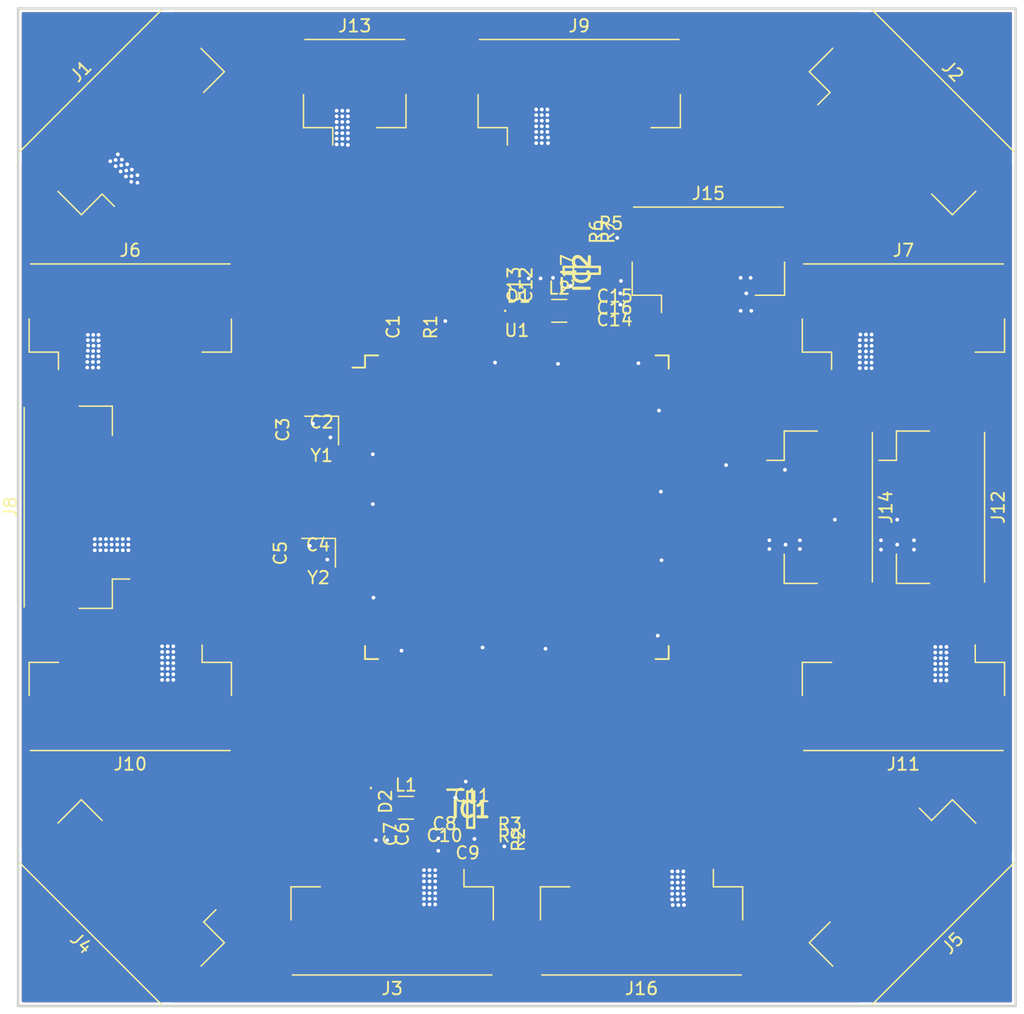
<source format=kicad_pcb>
(kicad_pcb (version 20171130) (host pcbnew 5.0.0-fee4fd1~66~ubuntu16.04.1)
  (layers (0 F.Cu signal) (31 B.Cu signal) (34 B.Paste user) (35 F.Paste user) (36 B.SilkS user) (37 F.SilkS user) (38 B.Mask user) (39 F.Mask user) (44 Edge.Cuts user))
  (net 0 "")
  (net 1 "Net-(R1-Pad1)")
  (net 2 GND)
  (net 3 +3V3)
  (net 4 OSCIN_32)
  (net 5 OSCOUT_32)
  (net 6 OSCIN)
  (net 7 OSCOUT)
  (net 8 +BATT)
  (net 9 SWCLK)
  (net 10 SWDIO)
  (net 11 "Net-(U1-Pad1)")
  (net 12 "Net-(U1-Pad2)")
  (net 13 "Net-(U1-Pad3)")
  (net 14 "Net-(U1-Pad4)")
  (net 15 "Net-(U1-Pad5)")
  (net 16 "Net-(U1-Pad6)")
  (net 17 "Net-(U1-Pad7)")
  (net 18 "Net-(U1-Pad8)")
  (net 19 "Net-(U1-Pad11)")
  (net 20 "Net-(U1-Pad12)")
  (net 21 "Net-(U1-Pad13)")
  (net 22 "Net-(U1-Pad16)")
  (net 23 "Net-(U1-Pad17)")
  (net 24 "Net-(U1-Pad18)")
  (net 25 "Net-(U1-Pad19)")
  (net 26 "Net-(U1-Pad20)")
  (net 27 "Net-(U1-Pad21)")
  (net 28 "Net-(U1-Pad24)")
  (net 29 SCK5)
  (net 30 MISO5)
  (net 31 MOSI5)
  (net 32 "Net-(U1-Pad28)")
  (net 33 "Net-(U1-Pad31)")
  (net 34 "Net-(U1-Pad32)")
  (net 35 "Net-(U1-Pad33)")
  (net 36 "Net-(U1-Pad34)")
  (net 37 "Net-(U1-Pad35)")
  (net 38 "Net-(U1-Pad38)")
  (net 39 "Net-(U1-Pad40)")
  (net 40 "Net-(U1-Pad41)")
  (net 41 "Net-(U1-Pad42)")
  (net 42 "Net-(U1-Pad43)")
  (net 43 "Net-(U1-Pad44)")
  (net 44 "Net-(U1-Pad45)")
  (net 45 "Net-(U1-Pad46)")
  (net 46 "Net-(U1-Pad47)")
  (net 47 "Net-(U1-Pad50)")
  (net 48 SCK1)
  (net 49 MISO1)
  (net 50 MOSI1)
  (net 51 "Net-(U1-Pad54)")
  (net 52 "Net-(U1-Pad55)")
  (net 53 "Net-(U1-Pad59)")
  (net 54 "Net-(U1-Pad60)")
  (net 55 "Net-(U1-Pad63)")
  (net 56 "Net-(U1-Pad64)")
  (net 57 "Net-(U1-Pad65)")
  (net 58 "Net-(U1-Pad66)")
  (net 59 "Net-(U1-Pad67)")
  (net 60 "Net-(U1-Pad68)")
  (net 61 "Net-(U1-Pad69)")
  (net 62 "Net-(U1-Pad70)")
  (net 63 "Net-(U1-Pad73)")
  (net 64 "Net-(U1-Pad74)")
  (net 65 SCK4)
  (net 66 MISO4)
  (net 67 MOSI4)
  (net 68 "Net-(U1-Pad78)")
  (net 69 "Net-(U1-Pad81)")
  (net 70 "Net-(U1-Pad83)")
  (net 71 "Net-(U1-Pad84)")
  (net 72 "Net-(U1-Pad85)")
  (net 73 "Net-(U1-Pad86)")
  (net 74 "Net-(U1-Pad87)")
  (net 75 "Net-(U1-Pad88)")
  (net 76 "Net-(U1-Pad89)")
  (net 77 "Net-(U1-Pad92)")
  (net 78 SCK2)
  (net 79 MISO2)
  (net 80 MOSI2)
  (net 81 "Net-(U1-Pad96)")
  (net 82 "Net-(U1-Pad97)")
  (net 83 "Net-(U1-Pad98)")
  (net 84 "Net-(U1-Pad99)")
  (net 85 "Net-(U1-Pad100)")
  (net 86 "Net-(U1-Pad101)")
  (net 87 "Net-(U1-Pad104)")
  (net 88 "Net-(U1-Pad105)")
  (net 89 "Net-(U1-Pad106)")
  (net 90 "Net-(U1-Pad107)")
  (net 91 "Net-(U1-Pad108)")
  (net 92 "Net-(U1-Pad109)")
  (net 93 "Net-(U1-Pad110)")
  (net 94 "Net-(U1-Pad111)")
  (net 95 "Net-(U1-Pad112)")
  (net 96 "Net-(U1-Pad115)")
  (net 97 "Net-(U1-Pad116)")
  (net 98 "Net-(U1-Pad117)")
  (net 99 "Net-(U1-Pad118)")
  (net 100 "Net-(U1-Pad119)")
  (net 101 TX)
  (net 102 RX)
  (net 103 USBDM)
  (net 104 USBDP)
  (net 105 "Net-(U1-Pad125)")
  (net 106 "Net-(U1-Pad128)")
  (net 107 "Net-(U1-Pad129)")
  (net 108 "Net-(U1-Pad130)")
  (net 109 "Net-(U1-Pad131)")
  (net 110 "Net-(U1-Pad132)")
  (net 111 "Net-(U1-Pad133)")
  (net 112 "Net-(U1-Pad134)")
  (net 113 "Net-(U1-Pad138)")
  (net 114 SCK3)
  (net 115 MISO3)
  (net 116 MOSI3)
  (net 117 "Net-(U1-Pad142)")
  (net 118 "Net-(U1-Pad143)")
  (net 119 "Net-(U1-Pad144)")
  (net 120 "Net-(U1-Pad145)")
  (net 121 "Net-(U1-Pad146)")
  (net 122 "Net-(U1-Pad147)")
  (net 123 "Net-(U1-Pad150)")
  (net 124 "Net-(U1-Pad151)")
  (net 125 "Net-(U1-Pad152)")
  (net 126 "Net-(U1-Pad153)")
  (net 127 "Net-(U1-Pad154)")
  (net 128 MISO6)
  (net 129 SCK6)
  (net 130 MOSI6)
  (net 131 "Net-(U1-Pad160)")
  (net 132 "Net-(U1-Pad169)")
  (net 133 "Net-(U1-Pad170)")
  (net 134 "Net-(U1-Pad171)")
  (net 135 "Net-(U1-Pad173)")
  (net 136 "Net-(U1-Pad174)")
  (net 137 "Net-(U1-Pad175)")
  (net 138 "Net-(U1-Pad176)")
  (net 139 "Net-(C11-Pad1)")
  (net 140 "Net-(IC1-Pad2)")
  (net 141 "Net-(IC1-Pad4)")
  (net 142 "Net-(IC1-Pad5)")
  (net 143 "Net-(C6-Pad1)")
  (net 144 "Net-(C12-Pad1)")
  (net 145 +5V)
  (net 146 "Net-(C17-Pad1)")
  (net 147 "Net-(IC2-Pad2)")
  (net 148 "Net-(IC2-Pad4)")
  (net 149 "Net-(IC2-Pad5)")
  (net 150 CS1_1)
  (net 151 CS1_2)
  (net 152 CS2)
  (net 153 CS1_3)
  (net 154 CS1_4)
  (net 155 CS5_1)
  (net 156 CS5_2)
  (net 157 CS3)
  (net 158 CS4)
  (net 159 CS5_3)
  (net 160 CS5_4)
  (net 161 CS6)
  (module Connector_Molex:Molex_CLIK-Mate_502443-0670_1x06-1MP_P2.00mm_Vertical (layer F.Cu) (at 9 25)
    (fp_text reference J6 (at 0 -5.6) (layer F.SilkS))
    (fp_text value Conn_01x06_Male)
    (pad 1 smd rect (at -5 2.5) (size 1 2.9) (layers F.Cu F.Paste F.Mask) (net 8 +BATT))
    (pad 2 smd rect (at -3 2.5) (size 1 2.9) (layers F.Cu F.Paste F.Mask) (net 2 GND))
    (pad 3 smd rect (at -1 2.5) (size 1 2.9) (layers F.Cu F.Paste F.Mask) (net 29 SCK5))
    (pad 4 smd rect (at 1 2.5) (size 1 2.9) (layers F.Cu F.Paste F.Mask) (net 30 MISO5))
    (pad 5 smd rect (at 3 2.5) (size 1 2.9) (layers F.Cu F.Paste F.Mask) (net 31 MOSI5))
    (pad 6 smd rect (at 5 2.5) (size 1 2.9) (layers F.Cu F.Paste F.Mask) (net 155 CS5_1))
    (pad MP smd rect (at -7.35 -2.15) (size 1.8 3.6) (layers F.Cu F.Paste F.Mask))
    (pad MP smd rect (at 7.35 -2.15) (size 1.8 3.6) (layers F.Cu F.Paste F.Mask))
  )
  (module Resistor_SMD:R_0402_1005Metric (layer F.Cu) (at 34.26 25.555 90)
    (fp_text reference R1 (at 0 -1.17 90) (layer F.SilkS))
    (fp_text value R)
    (pad 1 smd roundrect (at -0.485 0 90) (size 0.59 0.64) (layers F.Cu F.Paste F.Mask) (net 1 "Net-(R1-Pad1)"))
    (pad 2 smd roundrect (at 0.485 0 90) (size 0.59 0.64) (layers F.Cu F.Paste F.Mask) (net 2 GND))
  )
  (module Capacitor_SMD:C_0402_1005Metric (layer F.Cu) (at 31.25 25.535 90)
    (fp_text reference C1 (at 0 -1.17 90) (layer F.SilkS))
    (fp_text value C)
    (pad 1 smd roundrect (at -0.485 0 90) (size 0.59 0.64) (layers F.Cu F.Paste F.Mask) (net 3 +3V3))
    (pad 2 smd roundrect (at 0.485 0 90) (size 0.59 0.64) (layers F.Cu F.Paste F.Mask) (net 2 GND))
  )
  (module Capacitor_SMD:C_0402_1005Metric (layer F.Cu) (at 24.335 32 180)
    (fp_text reference C2 (at 0 -1.17 180) (layer F.SilkS))
    (fp_text value C)
    (pad 1 smd roundrect (at -0.485 0 180) (size 0.59 0.64) (layers F.Cu F.Paste F.Mask) (net 4 OSCIN_32))
    (pad 2 smd roundrect (at 0.485 0 180) (size 0.59 0.64) (layers F.Cu F.Paste F.Mask) (net 2 GND))
  )
  (module Capacitor_SMD:C_0402_1005Metric (layer F.Cu) (at 22.4 33.785 90)
    (fp_text reference C3 (at 0 -1.17 90) (layer F.SilkS))
    (fp_text value C)
    (pad 2 smd roundrect (at 0.485 0 90) (size 0.59 0.64) (layers F.Cu F.Paste F.Mask) (net 2 GND))
    (pad 1 smd roundrect (at -0.485 0 90) (size 0.59 0.64) (layers F.Cu F.Paste F.Mask) (net 5 OSCOUT_32))
  )
  (module Capacitor_SMD:C_0402_1005Metric (layer F.Cu) (at 24.05 41.85 180)
    (fp_text reference C4 (at 0 -1.17 180) (layer F.SilkS))
    (fp_text value C)
    (pad 1 smd roundrect (at -0.485 0 180) (size 0.59 0.64) (layers F.Cu F.Paste F.Mask) (net 6 OSCIN))
    (pad 2 smd roundrect (at 0.485 0 180) (size 0.59 0.64) (layers F.Cu F.Paste F.Mask) (net 2 GND))
  )
  (module Capacitor_SMD:C_0402_1005Metric (layer F.Cu) (at 22.2 43.685 90)
    (fp_text reference C5 (at 0 -1.17 90) (layer F.SilkS))
    (fp_text value C)
    (pad 2 smd roundrect (at 0.485 0 90) (size 0.59 0.64) (layers F.Cu F.Paste F.Mask) (net 2 GND))
    (pad 1 smd roundrect (at -0.485 0 90) (size 0.59 0.64) (layers F.Cu F.Paste F.Mask) (net 7 OSCOUT))
  )
  (module Connector_Molex:Molex_CLIK-Mate_502443-0670_1x06-1MP_P2.00mm_Vertical (layer F.Cu) (at 9 9 45)
    (fp_text reference J1 (at 0 -5.6 45) (layer F.SilkS))
    (fp_text value Conn_01x06_Male)
    (pad 1 smd rect (at -5 2.5 45) (size 1 2.9) (layers F.Cu F.Paste F.Mask) (net 8 +BATT))
    (pad 2 smd rect (at -3 2.5 45) (size 1 2.9) (layers F.Cu F.Paste F.Mask) (net 2 GND))
    (pad 3 smd rect (at -1 2.5 45) (size 1 2.9) (layers F.Cu F.Paste F.Mask) (net 48 SCK1))
    (pad 4 smd rect (at 1 2.5 45) (size 1 2.9) (layers F.Cu F.Paste F.Mask) (net 49 MISO1))
    (pad 5 smd rect (at 3 2.5 45) (size 1 2.9) (layers F.Cu F.Paste F.Mask) (net 50 MOSI1))
    (pad 6 smd rect (at 5 2.5 45) (size 1 2.9) (layers F.Cu F.Paste F.Mask) (net 150 CS1_1))
    (pad MP smd rect (at -7.35 -2.15 45) (size 1.8 3.6) (layers F.Cu F.Paste F.Mask))
    (pad MP smd rect (at 7.35 -2.15 45) (size 1.8 3.6) (layers F.Cu F.Paste F.Mask))
  )
  (module Connector_Molex:Molex_CLIK-Mate_502443-0670_1x06-1MP_P2.00mm_Vertical (layer F.Cu) (at 71 9 315)
    (fp_text reference J2 (at 0 -5.6 315) (layer F.SilkS))
    (fp_text value Conn_01x06_Male)
    (pad 1 smd rect (at -5 2.5 315) (size 1 2.9) (layers F.Cu F.Paste F.Mask) (net 8 +BATT))
    (pad 2 smd rect (at -3 2.5 315) (size 1 2.9) (layers F.Cu F.Paste F.Mask) (net 2 GND))
    (pad 3 smd rect (at -1 2.5 315) (size 1 2.9) (layers F.Cu F.Paste F.Mask) (net 48 SCK1))
    (pad 4 smd rect (at 1 2.5 315) (size 1 2.9) (layers F.Cu F.Paste F.Mask) (net 49 MISO1))
    (pad 5 smd rect (at 3 2.5 315) (size 1 2.9) (layers F.Cu F.Paste F.Mask) (net 50 MOSI1))
    (pad 6 smd rect (at 5 2.5 315) (size 1 2.9) (layers F.Cu F.Paste F.Mask) (net 151 CS1_2))
    (pad MP smd rect (at -7.35 -2.15 315) (size 1.8 3.6) (layers F.Cu F.Paste F.Mask))
    (pad MP smd rect (at 7.35 -2.15 315) (size 1.8 3.6) (layers F.Cu F.Paste F.Mask))
  )
  (module Connector_Molex:Molex_CLIK-Mate_502443-0670_1x06-1MP_P2.00mm_Vertical (layer F.Cu) (at 30 73 180)
    (fp_text reference J3 (at 0 -5.6 180) (layer F.SilkS))
    (fp_text value Conn_01x06_Male)
    (pad MP smd rect (at 7.35 -2.15 180) (size 1.8 3.6) (layers F.Cu F.Paste F.Mask))
    (pad MP smd rect (at -7.35 -2.15 180) (size 1.8 3.6) (layers F.Cu F.Paste F.Mask))
    (pad 6 smd rect (at 5 2.5 180) (size 1 2.9) (layers F.Cu F.Paste F.Mask) (net 152 CS2))
    (pad 5 smd rect (at 3 2.5 180) (size 1 2.9) (layers F.Cu F.Paste F.Mask) (net 80 MOSI2))
    (pad 4 smd rect (at 1 2.5 180) (size 1 2.9) (layers F.Cu F.Paste F.Mask) (net 79 MISO2))
    (pad 3 smd rect (at -1 2.5 180) (size 1 2.9) (layers F.Cu F.Paste F.Mask) (net 78 SCK2))
    (pad 2 smd rect (at -3 2.5 180) (size 1 2.9) (layers F.Cu F.Paste F.Mask) (net 2 GND))
    (pad 1 smd rect (at -5 2.5 180) (size 1 2.9) (layers F.Cu F.Paste F.Mask) (net 8 +BATT))
  )
  (module Connector_Molex:Molex_CLIK-Mate_502443-0670_1x06-1MP_P2.00mm_Vertical (layer F.Cu) (at 9 71 135)
    (fp_text reference J4 (at 0 -5.6 135) (layer F.SilkS))
    (fp_text value Conn_01x06_Male)
    (pad MP smd rect (at 7.35 -2.15 135) (size 1.8 3.6) (layers F.Cu F.Paste F.Mask))
    (pad MP smd rect (at -7.35 -2.15 135) (size 1.8 3.6) (layers F.Cu F.Paste F.Mask))
    (pad 6 smd rect (at 5 2.5 135) (size 1 2.9) (layers F.Cu F.Paste F.Mask) (net 153 CS1_3))
    (pad 5 smd rect (at 3 2.5 135) (size 1 2.9) (layers F.Cu F.Paste F.Mask) (net 50 MOSI1))
    (pad 4 smd rect (at 1 2.5 135) (size 1 2.9) (layers F.Cu F.Paste F.Mask) (net 49 MISO1))
    (pad 3 smd rect (at -1 2.5 135) (size 1 2.9) (layers F.Cu F.Paste F.Mask) (net 48 SCK1))
    (pad 2 smd rect (at -3 2.5 135) (size 1 2.9) (layers F.Cu F.Paste F.Mask) (net 2 GND))
    (pad 1 smd rect (at -5 2.5 135) (size 1 2.9) (layers F.Cu F.Paste F.Mask) (net 8 +BATT))
  )
  (module Connector_Molex:Molex_CLIK-Mate_502443-0670_1x06-1MP_P2.00mm_Vertical (layer F.Cu) (at 71 71 225)
    (fp_text reference J5 (at 0 -5.6 225) (layer F.SilkS))
    (fp_text value Conn_01x06_Male)
    (pad 1 smd rect (at -5 2.5 225) (size 1 2.9) (layers F.Cu F.Paste F.Mask) (net 8 +BATT))
    (pad 2 smd rect (at -3 2.5 225) (size 1 2.9) (layers F.Cu F.Paste F.Mask) (net 2 GND))
    (pad 3 smd rect (at -1 2.5 225) (size 1 2.9) (layers F.Cu F.Paste F.Mask) (net 48 SCK1))
    (pad 4 smd rect (at 1 2.5 225) (size 1 2.9) (layers F.Cu F.Paste F.Mask) (net 49 MISO1))
    (pad 5 smd rect (at 3 2.5 225) (size 1 2.9) (layers F.Cu F.Paste F.Mask) (net 50 MOSI1))
    (pad 6 smd rect (at 5 2.5 225) (size 1 2.9) (layers F.Cu F.Paste F.Mask) (net 154 CS1_4))
    (pad MP smd rect (at -7.35 -2.15 225) (size 1.8 3.6) (layers F.Cu F.Paste F.Mask))
    (pad MP smd rect (at 7.35 -2.15 225) (size 1.8 3.6) (layers F.Cu F.Paste F.Mask))
  )
  (module Connector_Molex:Molex_CLIK-Mate_502443-0670_1x06-1MP_P2.00mm_Vertical (layer F.Cu) (at 71 25)
    (fp_text reference J7 (at 0 -5.6) (layer F.SilkS))
    (fp_text value Conn_01x06_Male)
    (pad 1 smd rect (at -5 2.5) (size 1 2.9) (layers F.Cu F.Paste F.Mask) (net 8 +BATT))
    (pad 2 smd rect (at -3 2.5) (size 1 2.9) (layers F.Cu F.Paste F.Mask) (net 2 GND))
    (pad 3 smd rect (at -1 2.5) (size 1 2.9) (layers F.Cu F.Paste F.Mask) (net 29 SCK5))
    (pad 4 smd rect (at 1 2.5) (size 1 2.9) (layers F.Cu F.Paste F.Mask) (net 30 MISO5))
    (pad 5 smd rect (at 3 2.5) (size 1 2.9) (layers F.Cu F.Paste F.Mask) (net 31 MOSI5))
    (pad 6 smd rect (at 5 2.5) (size 1 2.9) (layers F.Cu F.Paste F.Mask) (net 156 CS5_2))
    (pad MP smd rect (at -7.35 -2.15) (size 1.8 3.6) (layers F.Cu F.Paste F.Mask))
    (pad MP smd rect (at 7.35 -2.15) (size 1.8 3.6) (layers F.Cu F.Paste F.Mask))
  )
  (module Connector_Molex:Molex_CLIK-Mate_502443-0670_1x06-1MP_P2.00mm_Vertical (layer F.Cu) (at 5 40 90)
    (fp_text reference J8 (at 0 -5.6 90) (layer F.SilkS))
    (fp_text value Conn_01x06_Male)
    (pad MP smd rect (at 7.35 -2.15 90) (size 1.8 3.6) (layers F.Cu F.Paste F.Mask))
    (pad MP smd rect (at -7.35 -2.15 90) (size 1.8 3.6) (layers F.Cu F.Paste F.Mask))
    (pad 6 smd rect (at 5 2.5 90) (size 1 2.9) (layers F.Cu F.Paste F.Mask) (net 157 CS3))
    (pad 5 smd rect (at 3 2.5 90) (size 1 2.9) (layers F.Cu F.Paste F.Mask) (net 116 MOSI3))
    (pad 4 smd rect (at 1 2.5 90) (size 1 2.9) (layers F.Cu F.Paste F.Mask) (net 115 MISO3))
    (pad 3 smd rect (at -1 2.5 90) (size 1 2.9) (layers F.Cu F.Paste F.Mask) (net 114 SCK3))
    (pad 2 smd rect (at -3 2.5 90) (size 1 2.9) (layers F.Cu F.Paste F.Mask) (net 2 GND))
    (pad 1 smd rect (at -5 2.5 90) (size 1 2.9) (layers F.Cu F.Paste F.Mask) (net 8 +BATT))
  )
  (module Connector_Molex:Molex_CLIK-Mate_502443-0670_1x06-1MP_P2.00mm_Vertical (layer F.Cu) (at 45 7)
    (fp_text reference J9 (at 0 -5.6) (layer F.SilkS))
    (fp_text value Conn_01x06_Male)
    (pad MP smd rect (at 7.35 -2.15) (size 1.8 3.6) (layers F.Cu F.Paste F.Mask))
    (pad MP smd rect (at -7.35 -2.15) (size 1.8 3.6) (layers F.Cu F.Paste F.Mask))
    (pad 6 smd rect (at 5 2.5) (size 1 2.9) (layers F.Cu F.Paste F.Mask) (net 158 CS4))
    (pad 5 smd rect (at 3 2.5) (size 1 2.9) (layers F.Cu F.Paste F.Mask) (net 67 MOSI4))
    (pad 4 smd rect (at 1 2.5) (size 1 2.9) (layers F.Cu F.Paste F.Mask) (net 66 MISO4))
    (pad 3 smd rect (at -1 2.5) (size 1 2.9) (layers F.Cu F.Paste F.Mask) (net 65 SCK4))
    (pad 2 smd rect (at -3 2.5) (size 1 2.9) (layers F.Cu F.Paste F.Mask) (net 2 GND))
    (pad 1 smd rect (at -5 2.5) (size 1 2.9) (layers F.Cu F.Paste F.Mask) (net 8 +BATT))
  )
  (module Connector_Molex:Molex_CLIK-Mate_502443-0670_1x06-1MP_P2.00mm_Vertical (layer F.Cu) (at 9 55 180)
    (fp_text reference J10 (at 0 -5.6 180) (layer F.SilkS))
    (fp_text value Conn_01x06_Male)
    (pad 1 smd rect (at -5 2.5 180) (size 1 2.9) (layers F.Cu F.Paste F.Mask) (net 8 +BATT))
    (pad 2 smd rect (at -3 2.5 180) (size 1 2.9) (layers F.Cu F.Paste F.Mask) (net 2 GND))
    (pad 3 smd rect (at -1 2.5 180) (size 1 2.9) (layers F.Cu F.Paste F.Mask) (net 29 SCK5))
    (pad 4 smd rect (at 1 2.5 180) (size 1 2.9) (layers F.Cu F.Paste F.Mask) (net 30 MISO5))
    (pad 5 smd rect (at 3 2.5 180) (size 1 2.9) (layers F.Cu F.Paste F.Mask) (net 31 MOSI5))
    (pad 6 smd rect (at 5 2.5 180) (size 1 2.9) (layers F.Cu F.Paste F.Mask) (net 159 CS5_3))
    (pad MP smd rect (at -7.35 -2.15 180) (size 1.8 3.6) (layers F.Cu F.Paste F.Mask))
    (pad MP smd rect (at 7.35 -2.15 180) (size 1.8 3.6) (layers F.Cu F.Paste F.Mask))
  )
  (module Connector_Molex:Molex_CLIK-Mate_502443-0670_1x06-1MP_P2.00mm_Vertical (layer F.Cu) (at 71 55 180)
    (fp_text reference J11 (at 0 -5.6 180) (layer F.SilkS))
    (fp_text value Conn_01x06_Male)
    (pad MP smd rect (at 7.35 -2.15 180) (size 1.8 3.6) (layers F.Cu F.Paste F.Mask))
    (pad MP smd rect (at -7.35 -2.15 180) (size 1.8 3.6) (layers F.Cu F.Paste F.Mask))
    (pad 6 smd rect (at 5 2.5 180) (size 1 2.9) (layers F.Cu F.Paste F.Mask) (net 160 CS5_4))
    (pad 5 smd rect (at 3 2.5 180) (size 1 2.9) (layers F.Cu F.Paste F.Mask) (net 31 MOSI5))
    (pad 4 smd rect (at 1 2.5 180) (size 1 2.9) (layers F.Cu F.Paste F.Mask) (net 30 MISO5))
    (pad 3 smd rect (at -1 2.5 180) (size 1 2.9) (layers F.Cu F.Paste F.Mask) (net 29 SCK5))
    (pad 2 smd rect (at -3 2.5 180) (size 1 2.9) (layers F.Cu F.Paste F.Mask) (net 2 GND))
    (pad 1 smd rect (at -5 2.5 180) (size 1 2.9) (layers F.Cu F.Paste F.Mask) (net 8 +BATT))
  )
  (module Connector_Molex:Molex_CLIK-Mate_502443-0470_1x04-1MP_P2.00mm_Vertical (layer F.Cu) (at 73 40 270)
    (fp_text reference J12 (at 0 -5.6 270) (layer F.SilkS))
    (fp_text value Conn_01x04_Male)
    (pad 1 smd rect (at -3 2.5 270) (size 1 2.9) (layers F.Cu F.Paste F.Mask) (net 9 SWCLK))
    (pad 2 smd rect (at -1 2.5 270) (size 1 2.9) (layers F.Cu F.Paste F.Mask) (net 10 SWDIO))
    (pad 3 smd rect (at 1 2.5 270) (size 1 2.9) (layers F.Cu F.Paste F.Mask) (net 3 +3V3))
    (pad 4 smd rect (at 3 2.5 270) (size 1 2.9) (layers F.Cu F.Paste F.Mask) (net 2 GND))
    (pad MP smd rect (at -5.35 -2.15 270) (size 1.8 3.6) (layers F.Cu F.Paste F.Mask))
    (pad MP smd rect (at 5.35 -2.15 270) (size 1.8 3.6) (layers F.Cu F.Paste F.Mask))
  )
  (module Connector_Molex:Molex_CLIK-Mate_502443-0270_1x02-1MP_P2.00mm_Vertical (layer F.Cu) (at 27 7)
    (fp_text reference J13 (at 0 -5.6) (layer F.SilkS))
    (fp_text value Conn_01x02_Male)
    (pad 1 smd rect (at -1 2.5) (size 1 2.9) (layers F.Cu F.Paste F.Mask) (net 2 GND))
    (pad 2 smd rect (at 1 2.5) (size 1 2.9) (layers F.Cu F.Paste F.Mask) (net 8 +BATT))
    (pad MP smd rect (at -3.35 -2.15) (size 1.8 3.6) (layers F.Cu F.Paste F.Mask))
    (pad MP smd rect (at 3.35 -2.15) (size 1.8 3.6) (layers F.Cu F.Paste F.Mask))
  )
  (module Package_QFP:LQFP-176_24x24mm_P0.5mm (layer F.Cu) (at 40 40)
    (fp_text reference U1 (at 0 -14.18) (layer F.SilkS))
    (fp_text value STM32H753IITx)
    (pad 1 smd rect (at -12.62 -10.75) (size 1.12 0.3) (layers F.Cu F.Paste F.Mask) (net 11 "Net-(U1-Pad1)"))
    (pad 2 smd rect (at -12.62 -10.25) (size 1.12 0.3) (layers F.Cu F.Paste F.Mask) (net 12 "Net-(U1-Pad2)"))
    (pad 3 smd rect (at -12.62 -9.75) (size 1.12 0.3) (layers F.Cu F.Paste F.Mask) (net 13 "Net-(U1-Pad3)"))
    (pad 4 smd rect (at -12.62 -9.25) (size 1.12 0.3) (layers F.Cu F.Paste F.Mask) (net 14 "Net-(U1-Pad4)"))
    (pad 5 smd rect (at -12.62 -8.75) (size 1.12 0.3) (layers F.Cu F.Paste F.Mask) (net 15 "Net-(U1-Pad5)"))
    (pad 6 smd rect (at -12.62 -8.25) (size 1.12 0.3) (layers F.Cu F.Paste F.Mask) (net 16 "Net-(U1-Pad6)"))
    (pad 7 smd rect (at -12.62 -7.75) (size 1.12 0.3) (layers F.Cu F.Paste F.Mask) (net 17 "Net-(U1-Pad7)"))
    (pad 8 smd rect (at -12.62 -7.25) (size 1.12 0.3) (layers F.Cu F.Paste F.Mask) (net 18 "Net-(U1-Pad8)"))
    (pad 9 smd rect (at -12.62 -6.75) (size 1.12 0.3) (layers F.Cu F.Paste F.Mask) (net 4 OSCIN_32))
    (pad 10 smd rect (at -12.62 -6.25) (size 1.12 0.3) (layers F.Cu F.Paste F.Mask) (net 5 OSCOUT_32))
    (pad 11 smd rect (at -12.62 -5.75) (size 1.12 0.3) (layers F.Cu F.Paste F.Mask) (net 19 "Net-(U1-Pad11)"))
    (pad 12 smd rect (at -12.62 -5.25) (size 1.12 0.3) (layers F.Cu F.Paste F.Mask) (net 20 "Net-(U1-Pad12)"))
    (pad 13 smd rect (at -12.62 -4.75) (size 1.12 0.3) (layers F.Cu F.Paste F.Mask) (net 21 "Net-(U1-Pad13)"))
    (pad 14 smd rect (at -12.62 -4.25) (size 1.12 0.3) (layers F.Cu F.Paste F.Mask) (net 2 GND))
    (pad 15 smd rect (at -12.62 -3.75) (size 1.12 0.3) (layers F.Cu F.Paste F.Mask) (net 3 +3V3))
    (pad 16 smd rect (at -12.62 -3.25) (size 1.12 0.3) (layers F.Cu F.Paste F.Mask) (net 22 "Net-(U1-Pad16)"))
    (pad 17 smd rect (at -12.62 -2.75) (size 1.12 0.3) (layers F.Cu F.Paste F.Mask) (net 23 "Net-(U1-Pad17)"))
    (pad 18 smd rect (at -12.62 -2.25) (size 1.12 0.3) (layers F.Cu F.Paste F.Mask) (net 24 "Net-(U1-Pad18)"))
    (pad 19 smd rect (at -12.62 -1.75) (size 1.12 0.3) (layers F.Cu F.Paste F.Mask) (net 25 "Net-(U1-Pad19)"))
    (pad 20 smd rect (at -12.62 -1.25) (size 1.12 0.3) (layers F.Cu F.Paste F.Mask) (net 26 "Net-(U1-Pad20)"))
    (pad 21 smd rect (at -12.62 -0.75) (size 1.12 0.3) (layers F.Cu F.Paste F.Mask) (net 27 "Net-(U1-Pad21)"))
    (pad 22 smd rect (at -12.62 -0.25) (size 1.12 0.3) (layers F.Cu F.Paste F.Mask) (net 2 GND))
    (pad 23 smd rect (at -12.62 0.25) (size 1.12 0.3) (layers F.Cu F.Paste F.Mask) (net 3 +3V3))
    (pad 24 smd rect (at -12.62 0.75) (size 1.12 0.3) (layers F.Cu F.Paste F.Mask) (net 28 "Net-(U1-Pad24)"))
    (pad 25 smd rect (at -12.62 1.25) (size 1.12 0.3) (layers F.Cu F.Paste F.Mask) (net 29 SCK5))
    (pad 26 smd rect (at -12.62 1.75) (size 1.12 0.3) (layers F.Cu F.Paste F.Mask) (net 30 MISO5))
    (pad 27 smd rect (at -12.62 2.25) (size 1.12 0.3) (layers F.Cu F.Paste F.Mask) (net 31 MOSI5))
    (pad 28 smd rect (at -12.62 2.75) (size 1.12 0.3) (layers F.Cu F.Paste F.Mask) (net 32 "Net-(U1-Pad28)"))
    (pad 29 smd rect (at -12.62 3.25) (size 1.12 0.3) (layers F.Cu F.Paste F.Mask) (net 6 OSCIN))
    (pad 30 smd rect (at -12.62 3.75) (size 1.12 0.3) (layers F.Cu F.Paste F.Mask) (net 7 OSCOUT))
    (pad 31 smd rect (at -12.62 4.25) (size 1.12 0.3) (layers F.Cu F.Paste F.Mask) (net 33 "Net-(U1-Pad31)"))
    (pad 32 smd rect (at -12.62 4.75) (size 1.12 0.3) (layers F.Cu F.Paste F.Mask) (net 34 "Net-(U1-Pad32)"))
    (pad 33 smd rect (at -12.62 5.25) (size 1.12 0.3) (layers F.Cu F.Paste F.Mask) (net 35 "Net-(U1-Pad33)"))
    (pad 34 smd rect (at -12.62 5.75) (size 1.12 0.3) (layers F.Cu F.Paste F.Mask) (net 36 "Net-(U1-Pad34)"))
    (pad 35 smd rect (at -12.62 6.25) (size 1.12 0.3) (layers F.Cu F.Paste F.Mask) (net 37 "Net-(U1-Pad35)"))
    (pad 36 smd rect (at -12.62 6.75) (size 1.12 0.3) (layers F.Cu F.Paste F.Mask) (net 3 +3V3))
    (pad 37 smd rect (at -12.62 7.25) (size 1.12 0.3) (layers F.Cu F.Paste F.Mask) (net 2 GND))
    (pad 38 smd rect (at -12.62 7.75) (size 1.12 0.3) (layers F.Cu F.Paste F.Mask) (net 38 "Net-(U1-Pad38)"))
    (pad 39 smd rect (at -12.62 8.25) (size 1.12 0.3) (layers F.Cu F.Paste F.Mask) (net 3 +3V3))
    (pad 40 smd rect (at -12.62 8.75) (size 1.12 0.3) (layers F.Cu F.Paste F.Mask) (net 39 "Net-(U1-Pad40)"))
    (pad 41 smd rect (at -12.62 9.25) (size 1.12 0.3) (layers F.Cu F.Paste F.Mask) (net 40 "Net-(U1-Pad41)"))
    (pad 42 smd rect (at -12.62 9.75) (size 1.12 0.3) (layers F.Cu F.Paste F.Mask) (net 41 "Net-(U1-Pad42)"))
    (pad 43 smd rect (at -12.62 10.25) (size 1.12 0.3) (layers F.Cu F.Paste F.Mask) (net 42 "Net-(U1-Pad43)"))
    (pad 44 smd rect (at -12.62 10.75) (size 1.12 0.3) (layers F.Cu F.Paste F.Mask) (net 43 "Net-(U1-Pad44)"))
    (pad 45 smd rect (at -10.75 12.62 90) (size 1.12 0.3) (layers F.Cu F.Paste F.Mask) (net 44 "Net-(U1-Pad45)"))
    (pad 46 smd rect (at -10.25 12.62 90) (size 1.12 0.3) (layers F.Cu F.Paste F.Mask) (net 45 "Net-(U1-Pad46)"))
    (pad 47 smd rect (at -9.75 12.62 90) (size 1.12 0.3) (layers F.Cu F.Paste F.Mask) (net 46 "Net-(U1-Pad47)"))
    (pad 48 smd rect (at -9.25 12.62 90) (size 1.12 0.3) (layers F.Cu F.Paste F.Mask) (net 2 GND))
    (pad 49 smd rect (at -8.75 12.62 90) (size 1.12 0.3) (layers F.Cu F.Paste F.Mask) (net 3 +3V3))
    (pad 50 smd rect (at -8.25 12.62 90) (size 1.12 0.3) (layers F.Cu F.Paste F.Mask) (net 47 "Net-(U1-Pad50)"))
    (pad 51 smd rect (at -7.75 12.62 90) (size 1.12 0.3) (layers F.Cu F.Paste F.Mask) (net 48 SCK1))
    (pad 52 smd rect (at -7.25 12.62 90) (size 1.12 0.3) (layers F.Cu F.Paste F.Mask) (net 49 MISO1))
    (pad 53 smd rect (at -6.75 12.62 90) (size 1.12 0.3) (layers F.Cu F.Paste F.Mask) (net 50 MOSI1))
    (pad 54 smd rect (at -6.25 12.62 90) (size 1.12 0.3) (layers F.Cu F.Paste F.Mask) (net 51 "Net-(U1-Pad54)"))
    (pad 55 smd rect (at -5.75 12.62 90) (size 1.12 0.3) (layers F.Cu F.Paste F.Mask) (net 52 "Net-(U1-Pad55)"))
    (pad 56 smd rect (at -5.25 12.62 90) (size 1.12 0.3) (layers F.Cu F.Paste F.Mask) (net 150 CS1_1))
    (pad 57 smd rect (at -4.75 12.62 90) (size 1.12 0.3) (layers F.Cu F.Paste F.Mask) (net 151 CS1_2))
    (pad 58 smd rect (at -4.25 12.62 90) (size 1.12 0.3) (layers F.Cu F.Paste F.Mask) (net 153 CS1_3))
    (pad 59 smd rect (at -3.75 12.62 90) (size 1.12 0.3) (layers F.Cu F.Paste F.Mask) (net 53 "Net-(U1-Pad59)"))
    (pad 60 smd rect (at -3.25 12.62 90) (size 1.12 0.3) (layers F.Cu F.Paste F.Mask) (net 54 "Net-(U1-Pad60)"))
    (pad 61 smd rect (at -2.75 12.62 90) (size 1.12 0.3) (layers F.Cu F.Paste F.Mask) (net 2 GND))
    (pad 62 smd rect (at -2.25 12.62 90) (size 1.12 0.3) (layers F.Cu F.Paste F.Mask) (net 3 +3V3))
    (pad 63 smd rect (at -1.75 12.62 90) (size 1.12 0.3) (layers F.Cu F.Paste F.Mask) (net 55 "Net-(U1-Pad63)"))
    (pad 64 smd rect (at -1.25 12.62 90) (size 1.12 0.3) (layers F.Cu F.Paste F.Mask) (net 56 "Net-(U1-Pad64)"))
    (pad 65 smd rect (at -0.75 12.62 90) (size 1.12 0.3) (layers F.Cu F.Paste F.Mask) (net 57 "Net-(U1-Pad65)"))
    (pad 66 smd rect (at -0.25 12.62 90) (size 1.12 0.3) (layers F.Cu F.Paste F.Mask) (net 58 "Net-(U1-Pad66)"))
    (pad 67 smd rect (at 0.25 12.62 90) (size 1.12 0.3) (layers F.Cu F.Paste F.Mask) (net 59 "Net-(U1-Pad67)"))
    (pad 68 smd rect (at 0.75 12.62 90) (size 1.12 0.3) (layers F.Cu F.Paste F.Mask) (net 60 "Net-(U1-Pad68)"))
    (pad 69 smd rect (at 1.25 12.62 90) (size 1.12 0.3) (layers F.Cu F.Paste F.Mask) (net 61 "Net-(U1-Pad69)"))
    (pad 70 smd rect (at 1.75 12.62 90) (size 1.12 0.3) (layers F.Cu F.Paste F.Mask) (net 62 "Net-(U1-Pad70)"))
    (pad 71 smd rect (at 2.25 12.62 90) (size 1.12 0.3) (layers F.Cu F.Paste F.Mask) (net 2 GND))
    (pad 72 smd rect (at 2.75 12.62 90) (size 1.12 0.3) (layers F.Cu F.Paste F.Mask) (net 3 +3V3))
    (pad 73 smd rect (at 3.25 12.62 90) (size 1.12 0.3) (layers F.Cu F.Paste F.Mask) (net 63 "Net-(U1-Pad73)"))
    (pad 74 smd rect (at 3.75 12.62 90) (size 1.12 0.3) (layers F.Cu F.Paste F.Mask) (net 64 "Net-(U1-Pad74)"))
    (pad 75 smd rect (at 4.25 12.62 90) (size 1.12 0.3) (layers F.Cu F.Paste F.Mask) (net 65 SCK4))
    (pad 76 smd rect (at 4.75 12.62 90) (size 1.12 0.3) (layers F.Cu F.Paste F.Mask) (net 66 MISO4))
    (pad 77 smd rect (at 5.25 12.62 90) (size 1.12 0.3) (layers F.Cu F.Paste F.Mask) (net 67 MOSI4))
    (pad 78 smd rect (at 5.75 12.62 90) (size 1.12 0.3) (layers F.Cu F.Paste F.Mask) (net 68 "Net-(U1-Pad78)"))
    (pad 79 smd rect (at 6.25 12.62 90) (size 1.12 0.3) (layers F.Cu F.Paste F.Mask) (net 160 CS5_4))
    (pad 80 smd rect (at 6.75 12.62 90) (size 1.12 0.3) (layers F.Cu F.Paste F.Mask) (net 161 CS6))
    (pad 81 smd rect (at 7.25 12.62 90) (size 1.12 0.3) (layers F.Cu F.Paste F.Mask) (net 69 "Net-(U1-Pad81)"))
    (pad 82 smd rect (at 7.75 12.62 90) (size 1.12 0.3) (layers F.Cu F.Paste F.Mask) (net 3 +3V3))
    (pad 83 smd rect (at 8.25 12.62 90) (size 1.12 0.3) (layers F.Cu F.Paste F.Mask) (net 70 "Net-(U1-Pad83)"))
    (pad 84 smd rect (at 8.75 12.62 90) (size 1.12 0.3) (layers F.Cu F.Paste F.Mask) (net 71 "Net-(U1-Pad84)"))
    (pad 85 smd rect (at 9.25 12.62 90) (size 1.12 0.3) (layers F.Cu F.Paste F.Mask) (net 72 "Net-(U1-Pad85)"))
    (pad 86 smd rect (at 9.75 12.62 90) (size 1.12 0.3) (layers F.Cu F.Paste F.Mask) (net 73 "Net-(U1-Pad86)"))
    (pad 87 smd rect (at 10.25 12.62 90) (size 1.12 0.3) (layers F.Cu F.Paste F.Mask) (net 74 "Net-(U1-Pad87)"))
    (pad 88 smd rect (at 10.75 12.62 90) (size 1.12 0.3) (layers F.Cu F.Paste F.Mask) (net 75 "Net-(U1-Pad88)"))
    (pad 89 smd rect (at 12.62 10.75) (size 1.12 0.3) (layers F.Cu F.Paste F.Mask) (net 76 "Net-(U1-Pad89)"))
    (pad 90 smd rect (at 12.62 10.25) (size 1.12 0.3) (layers F.Cu F.Paste F.Mask) (net 2 GND))
    (pad 91 smd rect (at 12.62 9.75) (size 1.12 0.3) (layers F.Cu F.Paste F.Mask) (net 3 +3V3))
    (pad 92 smd rect (at 12.62 9.25) (size 1.12 0.3) (layers F.Cu F.Paste F.Mask) (net 77 "Net-(U1-Pad92)"))
    (pad 93 smd rect (at 12.62 8.75) (size 1.12 0.3) (layers F.Cu F.Paste F.Mask) (net 78 SCK2))
    (pad 94 smd rect (at 12.62 8.25) (size 1.12 0.3) (layers F.Cu F.Paste F.Mask) (net 79 MISO2))
    (pad 95 smd rect (at 12.62 7.75) (size 1.12 0.3) (layers F.Cu F.Paste F.Mask) (net 80 MOSI2))
    (pad 96 smd rect (at 12.62 7.25) (size 1.12 0.3) (layers F.Cu F.Paste F.Mask) (net 81 "Net-(U1-Pad96)"))
    (pad 97 smd rect (at 12.62 6.75) (size 1.12 0.3) (layers F.Cu F.Paste F.Mask) (net 82 "Net-(U1-Pad97)"))
    (pad 98 smd rect (at 12.62 6.25) (size 1.12 0.3) (layers F.Cu F.Paste F.Mask) (net 83 "Net-(U1-Pad98)"))
    (pad 99 smd rect (at 12.62 5.75) (size 1.12 0.3) (layers F.Cu F.Paste F.Mask) (net 84 "Net-(U1-Pad99)"))
    (pad 100 smd rect (at 12.62 5.25) (size 1.12 0.3) (layers F.Cu F.Paste F.Mask) (net 85 "Net-(U1-Pad100)"))
    (pad 101 smd rect (at 12.62 4.75) (size 1.12 0.3) (layers F.Cu F.Paste F.Mask) (net 86 "Net-(U1-Pad101)"))
    (pad 102 smd rect (at 12.62 4.25) (size 1.12 0.3) (layers F.Cu F.Paste F.Mask) (net 2 GND))
    (pad 103 smd rect (at 12.62 3.75) (size 1.12 0.3) (layers F.Cu F.Paste F.Mask) (net 3 +3V3))
    (pad 104 smd rect (at 12.62 3.25) (size 1.12 0.3) (layers F.Cu F.Paste F.Mask) (net 87 "Net-(U1-Pad104)"))
    (pad 105 smd rect (at 12.62 2.75) (size 1.12 0.3) (layers F.Cu F.Paste F.Mask) (net 88 "Net-(U1-Pad105)"))
    (pad 106 smd rect (at 12.62 2.25) (size 1.12 0.3) (layers F.Cu F.Paste F.Mask) (net 89 "Net-(U1-Pad106)"))
    (pad 107 smd rect (at 12.62 1.75) (size 1.12 0.3) (layers F.Cu F.Paste F.Mask) (net 90 "Net-(U1-Pad107)"))
    (pad 108 smd rect (at 12.62 1.25) (size 1.12 0.3) (layers F.Cu F.Paste F.Mask) (net 91 "Net-(U1-Pad108)"))
    (pad 109 smd rect (at 12.62 0.75) (size 1.12 0.3) (layers F.Cu F.Paste F.Mask) (net 92 "Net-(U1-Pad109)"))
    (pad 110 smd rect (at 12.62 0.25) (size 1.12 0.3) (layers F.Cu F.Paste F.Mask) (net 93 "Net-(U1-Pad110)"))
    (pad 111 smd rect (at 12.62 -0.25) (size 1.12 0.3) (layers F.Cu F.Paste F.Mask) (net 94 "Net-(U1-Pad111)"))
    (pad 112 smd rect (at 12.62 -0.75) (size 1.12 0.3) (layers F.Cu F.Paste F.Mask) (net 95 "Net-(U1-Pad112)"))
    (pad 113 smd rect (at 12.62 -1.25) (size 1.12 0.3) (layers F.Cu F.Paste F.Mask) (net 2 GND))
    (pad 114 smd rect (at 12.62 -1.75) (size 1.12 0.3) (layers F.Cu F.Paste F.Mask) (net 3 +3V3))
    (pad 115 smd rect (at 12.62 -2.25) (size 1.12 0.3) (layers F.Cu F.Paste F.Mask) (net 96 "Net-(U1-Pad115)"))
    (pad 116 smd rect (at 12.62 -2.75) (size 1.12 0.3) (layers F.Cu F.Paste F.Mask) (net 97 "Net-(U1-Pad116)"))
    (pad 117 smd rect (at 12.62 -3.25) (size 1.12 0.3) (layers F.Cu F.Paste F.Mask) (net 98 "Net-(U1-Pad117)"))
    (pad 118 smd rect (at 12.62 -3.75) (size 1.12 0.3) (layers F.Cu F.Paste F.Mask) (net 99 "Net-(U1-Pad118)"))
    (pad 119 smd rect (at 12.62 -4.25) (size 1.12 0.3) (layers F.Cu F.Paste F.Mask) (net 100 "Net-(U1-Pad119)"))
    (pad 120 smd rect (at 12.62 -4.75) (size 1.12 0.3) (layers F.Cu F.Paste F.Mask) (net 101 TX))
    (pad 121 smd rect (at 12.62 -5.25) (size 1.12 0.3) (layers F.Cu F.Paste F.Mask) (net 102 RX))
    (pad 122 smd rect (at 12.62 -5.75) (size 1.12 0.3) (layers F.Cu F.Paste F.Mask) (net 103 USBDM))
    (pad 123 smd rect (at 12.62 -6.25) (size 1.12 0.3) (layers F.Cu F.Paste F.Mask) (net 104 USBDP))
    (pad 124 smd rect (at 12.62 -6.75) (size 1.12 0.3) (layers F.Cu F.Paste F.Mask) (net 10 SWDIO))
    (pad 125 smd rect (at 12.62 -7.25) (size 1.12 0.3) (layers F.Cu F.Paste F.Mask) (net 105 "Net-(U1-Pad125)"))
    (pad 126 smd rect (at 12.62 -7.75) (size 1.12 0.3) (layers F.Cu F.Paste F.Mask) (net 2 GND))
    (pad 127 smd rect (at 12.62 -8.25) (size 1.12 0.3) (layers F.Cu F.Paste F.Mask) (net 3 +3V3))
    (pad 128 smd rect (at 12.62 -8.75) (size 1.12 0.3) (layers F.Cu F.Paste F.Mask) (net 106 "Net-(U1-Pad128)"))
    (pad 129 smd rect (at 12.62 -9.25) (size 1.12 0.3) (layers F.Cu F.Paste F.Mask) (net 107 "Net-(U1-Pad129)"))
    (pad 130 smd rect (at 12.62 -9.75) (size 1.12 0.3) (layers F.Cu F.Paste F.Mask) (net 108 "Net-(U1-Pad130)"))
    (pad 131 smd rect (at 12.62 -10.25) (size 1.12 0.3) (layers F.Cu F.Paste F.Mask) (net 109 "Net-(U1-Pad131)"))
    (pad 132 smd rect (at 12.62 -10.75) (size 1.12 0.3) (layers F.Cu F.Paste F.Mask) (net 110 "Net-(U1-Pad132)"))
    (pad 133 smd rect (at 10.75 -12.62 90) (size 1.12 0.3) (layers F.Cu F.Paste F.Mask) (net 111 "Net-(U1-Pad133)"))
    (pad 134 smd rect (at 10.25 -12.62 90) (size 1.12 0.3) (layers F.Cu F.Paste F.Mask) (net 112 "Net-(U1-Pad134)"))
    (pad 135 smd rect (at 9.75 -12.62 90) (size 1.12 0.3) (layers F.Cu F.Paste F.Mask) (net 2 GND))
    (pad 136 smd rect (at 9.25 -12.62 90) (size 1.12 0.3) (layers F.Cu F.Paste F.Mask) (net 3 +3V3))
    (pad 137 smd rect (at 8.75 -12.62 90) (size 1.12 0.3) (layers F.Cu F.Paste F.Mask) (net 9 SWCLK))
    (pad 138 smd rect (at 8.25 -12.62 90) (size 1.12 0.3) (layers F.Cu F.Paste F.Mask) (net 113 "Net-(U1-Pad138)"))
    (pad 139 smd rect (at 7.75 -12.62 90) (size 1.12 0.3) (layers F.Cu F.Paste F.Mask) (net 114 SCK3))
    (pad 140 smd rect (at 7.25 -12.62 90) (size 1.12 0.3) (layers F.Cu F.Paste F.Mask) (net 115 MISO3))
    (pad 141 smd rect (at 6.75 -12.62 90) (size 1.12 0.3) (layers F.Cu F.Paste F.Mask) (net 116 MOSI3))
    (pad 142 smd rect (at 6.25 -12.62 90) (size 1.12 0.3) (layers F.Cu F.Paste F.Mask) (net 117 "Net-(U1-Pad142)"))
    (pad 143 smd rect (at 5.75 -12.62 90) (size 1.12 0.3) (layers F.Cu F.Paste F.Mask) (net 118 "Net-(U1-Pad143)"))
    (pad 144 smd rect (at 5.25 -12.62 90) (size 1.12 0.3) (layers F.Cu F.Paste F.Mask) (net 119 "Net-(U1-Pad144)"))
    (pad 145 smd rect (at 4.75 -12.62 90) (size 1.12 0.3) (layers F.Cu F.Paste F.Mask) (net 120 "Net-(U1-Pad145)"))
    (pad 146 smd rect (at 4.25 -12.62 90) (size 1.12 0.3) (layers F.Cu F.Paste F.Mask) (net 121 "Net-(U1-Pad146)"))
    (pad 147 smd rect (at 3.75 -12.62 90) (size 1.12 0.3) (layers F.Cu F.Paste F.Mask) (net 122 "Net-(U1-Pad147)"))
    (pad 148 smd rect (at 3.25 -12.62 90) (size 1.12 0.3) (layers F.Cu F.Paste F.Mask) (net 2 GND))
    (pad 149 smd rect (at 2.75 -12.62 90) (size 1.12 0.3) (layers F.Cu F.Paste F.Mask) (net 3 +3V3))
    (pad 150 smd rect (at 2.25 -12.62 90) (size 1.12 0.3) (layers F.Cu F.Paste F.Mask) (net 123 "Net-(U1-Pad150)"))
    (pad 151 smd rect (at 1.75 -12.62 90) (size 1.12 0.3) (layers F.Cu F.Paste F.Mask) (net 124 "Net-(U1-Pad151)"))
    (pad 152 smd rect (at 1.25 -12.62 90) (size 1.12 0.3) (layers F.Cu F.Paste F.Mask) (net 125 "Net-(U1-Pad152)"))
    (pad 153 smd rect (at 0.75 -12.62 90) (size 1.12 0.3) (layers F.Cu F.Paste F.Mask) (net 126 "Net-(U1-Pad153)"))
    (pad 154 smd rect (at 0.25 -12.62 90) (size 1.12 0.3) (layers F.Cu F.Paste F.Mask) (net 127 "Net-(U1-Pad154)"))
    (pad 155 smd rect (at -0.25 -12.62 90) (size 1.12 0.3) (layers F.Cu F.Paste F.Mask) (net 128 MISO6))
    (pad 156 smd rect (at -0.75 -12.62 90) (size 1.12 0.3) (layers F.Cu F.Paste F.Mask) (net 129 SCK6))
    (pad 157 smd rect (at -1.25 -12.62 90) (size 1.12 0.3) (layers F.Cu F.Paste F.Mask) (net 130 MOSI6))
    (pad 158 smd rect (at -1.75 -12.62 90) (size 1.12 0.3) (layers F.Cu F.Paste F.Mask) (net 2 GND))
    (pad 159 smd rect (at -2.25 -12.62 90) (size 1.12 0.3) (layers F.Cu F.Paste F.Mask) (net 3 +3V3))
    (pad 160 smd rect (at -2.75 -12.62 90) (size 1.12 0.3) (layers F.Cu F.Paste F.Mask) (net 131 "Net-(U1-Pad160)"))
    (pad 161 smd rect (at -3.25 -12.62 90) (size 1.12 0.3) (layers F.Cu F.Paste F.Mask) (net 154 CS1_4))
    (pad 162 smd rect (at -3.75 -12.62 90) (size 1.12 0.3) (layers F.Cu F.Paste F.Mask) (net 152 CS2))
    (pad 163 smd rect (at -4.25 -12.62 90) (size 1.12 0.3) (layers F.Cu F.Paste F.Mask) (net 157 CS3))
    (pad 164 smd rect (at -4.75 -12.62 90) (size 1.12 0.3) (layers F.Cu F.Paste F.Mask) (net 158 CS4))
    (pad 165 smd rect (at -5.25 -12.62 90) (size 1.12 0.3) (layers F.Cu F.Paste F.Mask) (net 155 CS5_1))
    (pad 166 smd rect (at -5.75 -12.62 90) (size 1.12 0.3) (layers F.Cu F.Paste F.Mask) (net 1 "Net-(R1-Pad1)"))
    (pad 167 smd rect (at -6.25 -12.62 90) (size 1.12 0.3) (layers F.Cu F.Paste F.Mask) (net 156 CS5_2))
    (pad 168 smd rect (at -6.75 -12.62 90) (size 1.12 0.3) (layers F.Cu F.Paste F.Mask) (net 159 CS5_3))
    (pad 169 smd rect (at -7.25 -12.62 90) (size 1.12 0.3) (layers F.Cu F.Paste F.Mask) (net 132 "Net-(U1-Pad169)"))
    (pad 170 smd rect (at -7.75 -12.62 90) (size 1.12 0.3) (layers F.Cu F.Paste F.Mask) (net 133 "Net-(U1-Pad170)"))
    (pad 171 smd rect (at -8.25 -12.62 90) (size 1.12 0.3) (layers F.Cu F.Paste F.Mask) (net 134 "Net-(U1-Pad171)"))
    (pad 172 smd rect (at -8.75 -12.62 90) (size 1.12 0.3) (layers F.Cu F.Paste F.Mask) (net 3 +3V3))
    (pad 173 smd rect (at -9.25 -12.62 90) (size 1.12 0.3) (layers F.Cu F.Paste F.Mask) (net 135 "Net-(U1-Pad173)"))
    (pad 174 smd rect (at -9.75 -12.62 90) (size 1.12 0.3) (layers F.Cu F.Paste F.Mask) (net 136 "Net-(U1-Pad174)"))
    (pad 175 smd rect (at -10.25 -12.62 90) (size 1.12 0.3) (layers F.Cu F.Paste F.Mask) (net 137 "Net-(U1-Pad175)"))
    (pad 176 smd rect (at -10.75 -12.62 90) (size 1.12 0.3) (layers F.Cu F.Paste F.Mask) (net 138 "Net-(U1-Pad176)"))
  )
  (module Crystal:Crystal_SMD_2016-4Pin_2.0x1.6mm (layer F.Cu) (at 24.35 33.85 180)
    (fp_text reference Y1 (at 0 -2 180) (layer F.SilkS))
    (fp_text value 32MHZ)
    (pad 4 smd rect (at -0.7 -0.55 180) (size 0.9 0.8) (layers F.Cu F.Paste F.Mask) (net 2 GND))
    (pad 3 smd rect (at 0.7 -0.55 180) (size 0.9 0.8) (layers F.Cu F.Paste F.Mask) (net 5 OSCOUT_32))
    (pad 2 smd rect (at 0.7 0.55 180) (size 0.9 0.8) (layers F.Cu F.Paste F.Mask) (net 2 GND))
    (pad 1 smd rect (at -0.7 0.55 180) (size 0.9 0.8) (layers F.Cu F.Paste F.Mask) (net 4 OSCIN_32))
  )
  (module Crystal:Crystal_SMD_2016-4Pin_2.0x1.6mm (layer F.Cu) (at 24.1 43.65 180)
    (fp_text reference Y2 (at 0 -2 180) (layer F.SilkS))
    (fp_text value 32MHZ)
    (pad 1 smd rect (at -0.7 0.55 180) (size 0.9 0.8) (layers F.Cu F.Paste F.Mask) (net 6 OSCIN))
    (pad 2 smd rect (at 0.7 0.55 180) (size 0.9 0.8) (layers F.Cu F.Paste F.Mask) (net 2 GND))
    (pad 3 smd rect (at 0.7 -0.55 180) (size 0.9 0.8) (layers F.Cu F.Paste F.Mask) (net 7 OSCOUT))
    (pad 4 smd rect (at -0.7 -0.55 180) (size 0.9 0.8) (layers F.Cu F.Paste F.Mask) (net 2 GND))
  )
  (module Capacitor_SMD:C_0402_1005Metric (layer F.Cu) (at 29.65 66.215 270)
    (fp_text reference C6 (at 0 -1.17 270) (layer F.SilkS))
    (fp_text value C)
    (pad 1 smd roundrect (at -0.485 0 270) (size 0.59 0.64) (layers F.Cu F.Paste F.Mask) (net 143 "Net-(C6-Pad1)"))
    (pad 2 smd roundrect (at 0.485 0 270) (size 0.59 0.64) (layers F.Cu F.Paste F.Mask) (net 2 GND))
  )
  (module Capacitor_SMD:C_0402_1005Metric (layer F.Cu) (at 28.7 66.215 270)
    (fp_text reference C7 (at 0 -1.17 270) (layer F.SilkS))
    (fp_text value C)
    (pad 2 smd roundrect (at 0.485 0 270) (size 0.59 0.64) (layers F.Cu F.Paste F.Mask) (net 2 GND))
    (pad 1 smd roundrect (at -0.485 0 270) (size 0.59 0.64) (layers F.Cu F.Paste F.Mask) (net 143 "Net-(C6-Pad1)"))
  )
  (module Capacitor_SMD:C_0402_1005Metric (layer F.Cu) (at 34.2 66.55)
    (fp_text reference C8 (at 0 -1.17) (layer F.SilkS))
    (fp_text value C)
    (pad 1 smd roundrect (at -0.485 0) (size 0.59 0.64) (layers F.Cu F.Paste F.Mask) (net 2 GND))
    (pad 2 smd roundrect (at 0.485 0) (size 0.59 0.64) (layers F.Cu F.Paste F.Mask) (net 8 +BATT))
  )
  (module Capacitor_SMD:C_0402_1005Metric (layer F.Cu) (at 36.05 66.55 180)
    (fp_text reference C9 (at 0 -1.17 180) (layer F.SilkS))
    (fp_text value C)
    (pad 1 smd roundrect (at -0.485 0 180) (size 0.59 0.64) (layers F.Cu F.Paste F.Mask) (net 2 GND))
    (pad 2 smd roundrect (at 0.485 0 180) (size 0.59 0.64) (layers F.Cu F.Paste F.Mask) (net 8 +BATT))
  )
  (module Capacitor_SMD:C_0402_1005Metric (layer F.Cu) (at 34.2 67.5)
    (fp_text reference C10 (at 0 -1.17) (layer F.SilkS))
    (fp_text value C)
    (pad 2 smd roundrect (at 0.485 0) (size 0.59 0.64) (layers F.Cu F.Paste F.Mask) (net 8 +BATT))
    (pad 1 smd roundrect (at -0.485 0) (size 0.59 0.64) (layers F.Cu F.Paste F.Mask) (net 2 GND))
  )
  (module Capacitor_SMD:C_0402_1005Metric (layer F.Cu) (at 36.385 61.95 180)
    (fp_text reference C11 (at 0 -1.17 180) (layer F.SilkS))
    (fp_text value C)
    (pad 2 smd roundrect (at 0.485 0 180) (size 0.59 0.64) (layers F.Cu F.Paste F.Mask) (net 2 GND))
    (pad 1 smd roundrect (at -0.485 0 180) (size 0.59 0.64) (layers F.Cu F.Paste F.Mask) (net 139 "Net-(C11-Pad1)"))
  )
  (module TPS562201DDCR:SOT95P280X110-6N (layer F.Cu) (at 36.3 64.25)
    (fp_text reference IC1 (at 0 0) (layer F.SilkS) (effects (font (size 1.27 1.27) (thickness 0.254))))
    (fp_text value TPS562201DDCR hide)
    (pad 1 smd rect (at -1.25 -0.95 90) (size 0.6 1.25) (layers F.Cu F.Paste F.Mask) (net 2 GND))
    (pad 2 smd rect (at -1.25 0 90) (size 0.6 1.25) (layers F.Cu F.Paste F.Mask) (net 140 "Net-(IC1-Pad2)"))
    (pad 3 smd rect (at -1.25 0.95 90) (size 0.6 1.25) (layers F.Cu F.Paste F.Mask) (net 8 +BATT))
    (pad 4 smd rect (at 1.25 0.95 90) (size 0.6 1.25) (layers F.Cu F.Paste F.Mask) (net 141 "Net-(IC1-Pad4)"))
    (pad 5 smd rect (at 1.25 0 90) (size 0.6 1.25) (layers F.Cu F.Paste F.Mask) (net 142 "Net-(IC1-Pad5)"))
    (pad 6 smd rect (at 1.25 -0.95 90) (size 0.6 1.25) (layers F.Cu F.Paste F.Mask) (net 139 "Net-(C11-Pad1)"))
  )
  (module Inductor_SMD:L_1206_3216Metric (layer F.Cu) (at 31.1 64.1)
    (fp_text reference L1 (at 0 -1.82) (layer F.SilkS))
    (fp_text value L)
    (pad 1 smd roundrect (at -1.4 0) (size 1.25 1.75) (layers F.Cu F.Paste F.Mask) (roundrect_rratio 0.2) (net 143 "Net-(C6-Pad1)"))
    (pad 2 smd roundrect (at 1.4 0) (size 1.25 1.75) (layers F.Cu F.Paste F.Mask) (roundrect_rratio 0.2) (net 140 "Net-(IC1-Pad2)"))
  )
  (module Resistor_SMD:R_0402_1005Metric (layer F.Cu) (at 38.95 66.665 270)
    (fp_text reference R2 (at 0 -1.17 270) (layer F.SilkS))
    (fp_text value R)
    (pad 1 smd roundrect (at -0.485 0 270) (size 0.59 0.64) (layers F.Cu F.Paste F.Mask) (net 141 "Net-(IC1-Pad4)"))
    (pad 2 smd roundrect (at 0.485 0 270) (size 0.59 0.64) (layers F.Cu F.Paste F.Mask) (net 2 GND))
  )
  (module Resistor_SMD:R_0402_1005Metric (layer F.Cu) (at 39.435 64.25 180)
    (fp_text reference R3 (at 0 -1.17 180) (layer F.SilkS))
    (fp_text value R)
    (pad 1 smd roundrect (at -0.485 0 180) (size 0.59 0.64) (layers F.Cu F.Paste F.Mask) (net 8 +BATT))
    (pad 2 smd roundrect (at 0.485 0 180) (size 0.59 0.64) (layers F.Cu F.Paste F.Mask) (net 142 "Net-(IC1-Pad5)"))
  )
  (module Resistor_SMD:R_0402_1005Metric (layer F.Cu) (at 39.435 65.2 180)
    (fp_text reference R4 (at 0 -1.17 180) (layer F.SilkS))
    (fp_text value R)
    (pad 2 smd roundrect (at 0.485 0 180) (size 0.59 0.64) (layers F.Cu F.Paste F.Mask) (net 141 "Net-(IC1-Pad4)"))
    (pad 1 smd roundrect (at -0.485 0 180) (size 0.59 0.64) (layers F.Cu F.Paste F.Mask) (net 8 +BATT))
  )
  (module Capacitor_SMD:C_0402_1005Metric (layer F.Cu) (at 41.9 22.165 90)
    (fp_text reference C12 (at 0 -1.17 90) (layer F.SilkS))
    (fp_text value C)
    (pad 1 smd roundrect (at -0.485 0 90) (size 0.59 0.64) (layers F.Cu F.Paste F.Mask) (net 144 "Net-(C12-Pad1)"))
    (pad 2 smd roundrect (at 0.485 0 90) (size 0.59 0.64) (layers F.Cu F.Paste F.Mask) (net 2 GND))
  )
  (module Capacitor_SMD:C_0402_1005Metric (layer F.Cu) (at 40.95 22.15 90)
    (fp_text reference C13 (at 0 -1.17 90) (layer F.SilkS))
    (fp_text value C)
    (pad 2 smd roundrect (at 0.485 0 90) (size 0.59 0.64) (layers F.Cu F.Paste F.Mask) (net 2 GND))
    (pad 1 smd roundrect (at -0.485 0 90) (size 0.59 0.64) (layers F.Cu F.Paste F.Mask) (net 144 "Net-(C12-Pad1)"))
  )
  (module Capacitor_SMD:C_0402_1005Metric (layer F.Cu) (at 47.835 23.8 180)
    (fp_text reference C14 (at 0 -1.17 180) (layer F.SilkS))
    (fp_text value C)
    (pad 1 smd roundrect (at -0.485 0 180) (size 0.59 0.64) (layers F.Cu F.Paste F.Mask) (net 2 GND))
    (pad 2 smd roundrect (at 0.485 0 180) (size 0.59 0.64) (layers F.Cu F.Paste F.Mask) (net 145 +5V))
  )
  (module Capacitor_SMD:C_0402_1005Metric (layer F.Cu) (at 47.85 21.9 180)
    (fp_text reference C15 (at 0 -1.17 180) (layer F.SilkS))
    (fp_text value C)
    (pad 2 smd roundrect (at 0.485 0 180) (size 0.59 0.64) (layers F.Cu F.Paste F.Mask) (net 145 +5V))
    (pad 1 smd roundrect (at -0.485 0 180) (size 0.59 0.64) (layers F.Cu F.Paste F.Mask) (net 2 GND))
  )
  (module Capacitor_SMD:C_0402_1005Metric (layer F.Cu) (at 47.835 22.85 180)
    (fp_text reference C16 (at 0 -1.17 180) (layer F.SilkS))
    (fp_text value C)
    (pad 1 smd roundrect (at -0.485 0 180) (size 0.59 0.64) (layers F.Cu F.Paste F.Mask) (net 2 GND))
    (pad 2 smd roundrect (at 0.485 0 180) (size 0.59 0.64) (layers F.Cu F.Paste F.Mask) (net 145 +5V))
  )
  (module Capacitor_SMD:C_0402_1005Metric (layer F.Cu) (at 42.9 21.15 270)
    (fp_text reference C17 (at 0 -1.17 270) (layer F.SilkS))
    (fp_text value C)
    (pad 2 smd roundrect (at 0.485 0 270) (size 0.59 0.64) (layers F.Cu F.Paste F.Mask) (net 2 GND))
    (pad 1 smd roundrect (at -0.485 0 270) (size 0.59 0.64) (layers F.Cu F.Paste F.Mask) (net 146 "Net-(C17-Pad1)"))
  )
  (module TPS562201DDCR:SOT95P280X110-6N (layer F.Cu) (at 45.2 21 90)
    (fp_text reference IC2 (at -0.2 0.039999 90) (layer F.SilkS) (effects (font (size 1.27 1.27) (thickness 0.254))))
    (fp_text value TPS562201DDCR hide)
    (pad 1 smd rect (at -1.25 -0.95 180) (size 0.6 1.25) (layers F.Cu F.Paste F.Mask) (net 2 GND))
    (pad 2 smd rect (at -1.25 0 180) (size 0.6 1.25) (layers F.Cu F.Paste F.Mask) (net 147 "Net-(IC2-Pad2)"))
    (pad 3 smd rect (at -1.25 0.95 180) (size 0.6 1.25) (layers F.Cu F.Paste F.Mask) (net 145 +5V))
    (pad 4 smd rect (at 1.25 0.95 180) (size 0.6 1.25) (layers F.Cu F.Paste F.Mask) (net 148 "Net-(IC2-Pad4)"))
    (pad 5 smd rect (at 1.25 0 180) (size 0.6 1.25) (layers F.Cu F.Paste F.Mask) (net 149 "Net-(IC2-Pad5)"))
    (pad 6 smd rect (at 1.25 -0.95 180) (size 0.6 1.25) (layers F.Cu F.Paste F.Mask) (net 146 "Net-(C17-Pad1)"))
  )
  (module Inductor_SMD:L_1206_3216Metric (layer F.Cu) (at 43.4 24.25)
    (fp_text reference L2 (at 0 -1.82) (layer F.SilkS))
    (fp_text value L)
    (pad 1 smd roundrect (at -1.4 0) (size 1.25 1.75) (layers F.Cu F.Paste F.Mask) (roundrect_rratio 0.2) (net 144 "Net-(C12-Pad1)"))
    (pad 2 smd roundrect (at 1.4 0) (size 1.25 1.75) (layers F.Cu F.Paste F.Mask) (roundrect_rratio 0.2) (net 147 "Net-(IC2-Pad2)"))
  )
  (module Resistor_SMD:R_0402_1005Metric (layer F.Cu) (at 47.55 18.4)
    (fp_text reference R5 (at 0 -1.17) (layer F.SilkS))
    (fp_text value R)
    (pad 1 smd roundrect (at -0.485 0) (size 0.59 0.64) (layers F.Cu F.Paste F.Mask) (net 148 "Net-(IC2-Pad4)"))
    (pad 2 smd roundrect (at 0.485 0) (size 0.59 0.64) (layers F.Cu F.Paste F.Mask) (net 2 GND))
  )
  (module Resistor_SMD:R_0402_1005Metric (layer F.Cu) (at 45.215 17.9 270)
    (fp_text reference R6 (at 0 -1.17 270) (layer F.SilkS))
    (fp_text value R)
    (pad 1 smd roundrect (at -0.485 0 270) (size 0.59 0.64) (layers F.Cu F.Paste F.Mask) (net 145 +5V))
    (pad 2 smd roundrect (at 0.485 0 270) (size 0.59 0.64) (layers F.Cu F.Paste F.Mask) (net 149 "Net-(IC2-Pad5)"))
  )
  (module Resistor_SMD:R_0402_1005Metric (layer F.Cu) (at 46.15 17.9 270)
    (fp_text reference R7 (at 0 -1.17 270) (layer F.SilkS))
    (fp_text value R)
    (pad 2 smd roundrect (at 0.485 0 270) (size 0.59 0.64) (layers F.Cu F.Paste F.Mask) (net 148 "Net-(IC2-Pad4)"))
    (pad 1 smd roundrect (at -0.485 0 270) (size 0.59 0.64) (layers F.Cu F.Paste F.Mask) (net 145 +5V))
  )
  (module Diode_SMD:D_0402_1005Metric (layer F.Cu) (at 40.15 24.25)
    (fp_text reference D1 (at 0 -1.17) (layer F.SilkS))
    (fp_text value D)
    (pad 2 smd roundrect (at 0.485 0) (size 0.59 0.64) (layers F.Cu F.Paste F.Mask) (net 144 "Net-(C12-Pad1)"))
    (pad 1 smd roundrect (at -0.485 0) (size 0.59 0.64) (layers F.Cu F.Paste F.Mask) (net 3 +3V3))
  )
  (module Diode_SMD:D_0402_1005Metric (layer F.Cu) (at 28.3 63.6 270)
    (fp_text reference D2 (at 0 -1.17 270) (layer F.SilkS))
    (fp_text value D)
    (pad 1 smd roundrect (at -0.485 0 270) (size 0.59 0.64) (layers F.Cu F.Paste F.Mask) (net 3 +3V3))
    (pad 2 smd roundrect (at 0.485 0 270) (size 0.59 0.64) (layers F.Cu F.Paste F.Mask) (net 143 "Net-(C6-Pad1)"))
  )
  (module Connector_Molex:Molex_CLIK-Mate_502443-0470_1x04-1MP_P2.00mm_Vertical (layer F.Cu) (at 64 40 270)
    (fp_text reference J14 (at 0 -5.6 270) (layer F.SilkS))
    (fp_text value Conn_01x04_Male)
    (pad MP smd rect (at 5.35 -2.15 270) (size 1.8 3.6) (layers F.Cu F.Paste F.Mask))
    (pad MP smd rect (at -5.35 -2.15 270) (size 1.8 3.6) (layers F.Cu F.Paste F.Mask))
    (pad 4 smd rect (at 3 2.5 270) (size 1 2.9) (layers F.Cu F.Paste F.Mask) (net 2 GND))
    (pad 3 smd rect (at 1 2.5 270) (size 1 2.9) (layers F.Cu F.Paste F.Mask) (net 3 +3V3))
    (pad 2 smd rect (at -1 2.5 270) (size 1 2.9) (layers F.Cu F.Paste F.Mask) (net 102 RX))
    (pad 1 smd rect (at -3 2.5 270) (size 1 2.9) (layers F.Cu F.Paste F.Mask) (net 101 TX))
  )
  (module Connector_Molex:Molex_CLIK-Mate_502443-0470_1x04-1MP_P2.00mm_Vertical (layer F.Cu) (at 55.36 20.44)
    (fp_text reference J15 (at 0 -5.6) (layer F.SilkS))
    (fp_text value Conn_01x04_Male)
    (pad 1 smd rect (at -3 2.5) (size 1 2.9) (layers F.Cu F.Paste F.Mask) (net 145 +5V))
    (pad 2 smd rect (at -1 2.5) (size 1 2.9) (layers F.Cu F.Paste F.Mask) (net 103 USBDM))
    (pad 3 smd rect (at 1 2.5) (size 1 2.9) (layers F.Cu F.Paste F.Mask) (net 104 USBDP))
    (pad 4 smd rect (at 3 2.5) (size 1 2.9) (layers F.Cu F.Paste F.Mask) (net 2 GND))
    (pad MP smd rect (at -5.35 -2.15) (size 1.8 3.6) (layers F.Cu F.Paste F.Mask))
    (pad MP smd rect (at 5.35 -2.15) (size 1.8 3.6) (layers F.Cu F.Paste F.Mask))
  )
  (module Connector_Molex:Molex_CLIK-Mate_502443-0670_1x06-1MP_P2.00mm_Vertical (layer F.Cu) (at 50 73 180)
    (fp_text reference J16 (at 0 -5.6 180) (layer F.SilkS))
    (fp_text value Conn_01x06_Male)
    (pad 1 smd rect (at -5 2.5 180) (size 1 2.9) (layers F.Cu F.Paste F.Mask) (net 8 +BATT))
    (pad 2 smd rect (at -3 2.5 180) (size 1 2.9) (layers F.Cu F.Paste F.Mask) (net 2 GND))
    (pad 3 smd rect (at -1 2.5 180) (size 1 2.9) (layers F.Cu F.Paste F.Mask) (net 129 SCK6))
    (pad 4 smd rect (at 1 2.5 180) (size 1 2.9) (layers F.Cu F.Paste F.Mask) (net 128 MISO6))
    (pad 5 smd rect (at 3 2.5 180) (size 1 2.9) (layers F.Cu F.Paste F.Mask) (net 130 MOSI6))
    (pad 6 smd rect (at 5 2.5 180) (size 1 2.9) (layers F.Cu F.Paste F.Mask) (net 161 CS6))
    (pad MP smd rect (at -7.35 -2.15 180) (size 1.8 3.6) (layers F.Cu F.Paste F.Mask))
    (pad MP smd rect (at 7.35 -2.15 180) (size 1.8 3.6) (layers F.Cu F.Paste F.Mask))
  )
  (gr_line (start 80 80) (end 80 0) (layer Edge.Cuts) (width 0.2))
  (gr_line (start 0 80) (end 80 80) (layer Edge.Cuts) (width 0.2))
  (gr_line (start 0 0) (end 0 80) (layer Edge.Cuts) (width 0.2))
  (gr_line (start 0 0) (end 80 0) (layer Edge.Cuts) (width 0.2))
  (via (at 42.5 10.8) (size 0.4) (drill 0.3) (layers F.Cu B.Cu) (net 2))
  (via (at 42 10.8) (size 0.4) (drill 0.3) (layers F.Cu B.Cu) (net 2))
  (via (at 41.55 10.8) (size 0.4) (drill 0.3) (layers F.Cu B.Cu) (net 2))
  (via (at 41.55 10.35) (size 0.4) (drill 0.3) (layers F.Cu B.Cu) (net 2))
  (via (at 42 10.35) (size 0.4) (drill 0.3) (layers F.Cu B.Cu) (net 2))
  (via (at 42.5 10.35) (size 0.4) (drill 0.3) (layers F.Cu B.Cu) (net 2))
  (via (at 42.45 9.9) (size 0.4) (drill 0.3) (layers F.Cu B.Cu) (net 2))
  (via (at 42 9.9) (size 0.4) (drill 0.3) (layers F.Cu B.Cu) (net 2))
  (via (at 41.55 9.9) (size 0.4) (drill 0.3) (layers F.Cu B.Cu) (net 2))
  (via (at 41.55 9.45) (size 0.4) (drill 0.3) (layers F.Cu B.Cu) (net 2))
  (via (at 42 9.45) (size 0.4) (drill 0.3) (layers F.Cu B.Cu) (net 2))
  (via (at 42.45 9.45) (size 0.4) (drill 0.3) (layers F.Cu B.Cu) (net 2))
  (via (at 42.45 9) (size 0.4) (drill 0.3) (layers F.Cu B.Cu) (net 2))
  (via (at 42 9) (size 0.4) (drill 0.3) (layers F.Cu B.Cu) (net 2))
  (via (at 41.55 9) (size 0.4) (drill 0.3) (layers F.Cu B.Cu) (net 2))
  (via (at 41.55 8.55) (size 0.4) (drill 0.3) (layers F.Cu B.Cu) (net 2))
  (via (at 42 8.55) (size 0.4) (drill 0.3) (layers F.Cu B.Cu) (net 2))
  (via (at 42.45 8.55) (size 0.4) (drill 0.3) (layers F.Cu B.Cu) (net 2))
  (via (at 42.45 8.1) (size 0.4) (drill 0.3) (layers F.Cu B.Cu) (net 2))
  (via (at 42 8.1) (size 0.4) (drill 0.3) (layers F.Cu B.Cu) (net 2))
  (via (at 41.55 8.1) (size 0.4) (drill 0.3) (layers F.Cu B.Cu) (net 2))
  (via (at 58.75 21.6) (size 0.4) (drill 0.3) (layers F.Cu B.Cu) (net 2))
  (via (at 57.95 21.6) (size 0.4) (drill 0.3) (layers F.Cu B.Cu) (net 2))
  (via (at 58.4 22.85) (size 0.4) (drill 0.3) (layers F.Cu B.Cu) (net 2))
  (via (at 57.95 24.25) (size 0.4) (drill 0.3) (layers F.Cu B.Cu) (net 2))
  (via (at 58.8 24.25) (size 0.4) (drill 0.3) (layers F.Cu B.Cu) (net 2))
  (via (at 67.55 26.15) (size 0.4) (drill 0.3) (layers F.Cu B.Cu) (net 2))
  (via (at 68 26.15) (size 0.4) (drill 0.3) (layers F.Cu B.Cu) (net 2))
  (via (at 68.45 26.15) (size 0.4) (drill 0.3) (layers F.Cu B.Cu) (net 2))
  (via (at 68.45 26.6) (size 0.4) (drill 0.3) (layers F.Cu B.Cu) (net 2))
  (via (at 68 26.6) (size 0.4) (drill 0.3) (layers F.Cu B.Cu) (net 2))
  (via (at 67.5 26.6) (size 0.4) (drill 0.3) (layers F.Cu B.Cu) (net 2))
  (via (at 67.5 27.05) (size 0.4) (drill 0.3) (layers F.Cu B.Cu) (net 2))
  (via (at 68 27.05) (size 0.4) (drill 0.3) (layers F.Cu B.Cu) (net 2))
  (via (at 68.45 27.05) (size 0.4) (drill 0.3) (layers F.Cu B.Cu) (net 2))
  (via (at 68.45 27.5) (size 0.4) (drill 0.3) (layers F.Cu B.Cu) (net 2))
  (via (at 68 27.5) (size 0.4) (drill 0.3) (layers F.Cu B.Cu) (net 2))
  (via (at 67.5 27.5) (size 0.4) (drill 0.3) (layers F.Cu B.Cu) (net 2))
  (via (at 67.5 27.95) (size 0.4) (drill 0.3) (layers F.Cu B.Cu) (net 2))
  (via (at 68 27.95) (size 0.4) (drill 0.3) (layers F.Cu B.Cu) (net 2))
  (via (at 68.45 27.95) (size 0.4) (drill 0.3) (layers F.Cu B.Cu) (net 2))
  (via (at 68.45 28.4) (size 0.4) (drill 0.3) (layers F.Cu B.Cu) (net 2))
  (via (at 68 28.4) (size 0.4) (drill 0.3) (layers F.Cu B.Cu) (net 2))
  (via (at 67.5 28.4) (size 0.4) (drill 0.3) (layers F.Cu B.Cu) (net 2))
  (via (at 67.5 28.85) (size 0.4) (drill 0.3) (layers F.Cu B.Cu) (net 2))
  (via (at 68 28.85) (size 0.4) (drill 0.3) (layers F.Cu B.Cu) (net 2))
  (via (at 68.45 28.85) (size 0.4) (drill 0.3) (layers F.Cu B.Cu) (net 2))
  (via (at 73.55 51.2) (size 0.4) (drill 0.3) (layers F.Cu B.Cu) (net 2))
  (via (at 74 51.2) (size 0.4) (drill 0.3) (layers F.Cu B.Cu) (net 2))
  (via (at 74.45 51.2) (size 0.4) (drill 0.3) (layers F.Cu B.Cu) (net 2))
  (via (at 74.45 51.65) (size 0.4) (drill 0.3) (layers F.Cu B.Cu) (net 2))
  (via (at 74 51.65) (size 0.4) (drill 0.3) (layers F.Cu B.Cu) (net 2))
  (via (at 73.55 51.65) (size 0.4) (drill 0.3) (layers F.Cu B.Cu) (net 2))
  (via (at 73.55 52.1) (size 0.4) (drill 0.3) (layers F.Cu B.Cu) (net 2))
  (via (at 74 52.1) (size 0.4) (drill 0.3) (layers F.Cu B.Cu) (net 2))
  (via (at 74.45 52.1) (size 0.4) (drill 0.3) (layers F.Cu B.Cu) (net 2))
  (via (at 74.45 52.55) (size 0.4) (drill 0.3) (layers F.Cu B.Cu) (net 2))
  (via (at 74 52.55) (size 0.4) (drill 0.3) (layers F.Cu B.Cu) (net 2))
  (via (at 73.55 52.55) (size 0.4) (drill 0.3) (layers F.Cu B.Cu) (net 2))
  (via (at 73.55 53) (size 0.4) (drill 0.3) (layers F.Cu B.Cu) (net 2))
  (via (at 74 53) (size 0.4) (drill 0.3) (layers F.Cu B.Cu) (net 2))
  (via (at 74.45 53) (size 0.4) (drill 0.3) (layers F.Cu B.Cu) (net 2))
  (via (at 74.45 53.45) (size 0.4) (drill 0.3) (layers F.Cu B.Cu) (net 2))
  (via (at 74 53.45) (size 0.4) (drill 0.3) (layers F.Cu B.Cu) (net 2))
  (via (at 73.55 53.45) (size 0.4) (drill 0.3) (layers F.Cu B.Cu) (net 2))
  (via (at 73.55 53.9) (size 0.4) (drill 0.3) (layers F.Cu B.Cu) (net 2))
  (via (at 74 53.9) (size 0.4) (drill 0.3) (layers F.Cu B.Cu) (net 2))
  (via (at 74.45 53.9) (size 0.4) (drill 0.3) (layers F.Cu B.Cu) (net 2))
  (via (at 32.55 69.1) (size 0.4) (drill 0.3) (layers F.Cu B.Cu) (net 2))
  (via (at 33 69.1) (size 0.4) (drill 0.3) (layers F.Cu B.Cu) (net 2))
  (via (at 33.45 69.1) (size 0.4) (drill 0.3) (layers F.Cu B.Cu) (net 2))
  (via (at 33.45 69.55) (size 0.4) (drill 0.3) (layers F.Cu B.Cu) (net 2))
  (via (at 33 69.55) (size 0.4) (drill 0.3) (layers F.Cu B.Cu) (net 2))
  (via (at 32.55 69.55) (size 0.4) (drill 0.3) (layers F.Cu B.Cu) (net 2))
  (via (at 33.45 70) (size 0.4) (drill 0.3) (layers F.Cu B.Cu) (net 2))
  (via (at 33 70) (size 0.4) (drill 0.3) (layers F.Cu B.Cu) (net 2))
  (via (at 32.55 70) (size 0.4) (drill 0.3) (layers F.Cu B.Cu) (net 2))
  (via (at 32.55 70.5) (size 0.4) (drill 0.3) (layers F.Cu B.Cu) (net 2))
  (via (at 33 70.5) (size 0.4) (drill 0.3) (layers F.Cu B.Cu) (net 2))
  (via (at 33.45 70.5) (size 0.4) (drill 0.3) (layers F.Cu B.Cu) (net 2))
  (via (at 33.45 70.95) (size 0.4) (drill 0.3) (layers F.Cu B.Cu) (net 2))
  (via (at 33 70.95) (size 0.4) (drill 0.3) (layers F.Cu B.Cu) (net 2))
  (via (at 32.55 70.95) (size 0.4) (drill 0.3) (layers F.Cu B.Cu) (net 2))
  (via (at 32.55 71.4) (size 0.4) (drill 0.3) (layers F.Cu B.Cu) (net 2))
  (via (at 33 71.4) (size 0.4) (drill 0.3) (layers F.Cu B.Cu) (net 2))
  (via (at 33.45 71.4) (size 0.4) (drill 0.3) (layers F.Cu B.Cu) (net 2))
  (via (at 33.45 71.85) (size 0.4) (drill 0.3) (layers F.Cu B.Cu) (net 2))
  (via (at 33 71.85) (size 0.4) (drill 0.3) (layers F.Cu B.Cu) (net 2))
  (via (at 32.55 71.85) (size 0.4) (drill 0.3) (layers F.Cu B.Cu) (net 2))
  (via (at 53.35 69.2) (size 0.4) (drill 0.3) (layers F.Cu B.Cu) (net 2))
  (via (at 52.9 69.2) (size 0.4) (drill 0.3) (layers F.Cu B.Cu) (net 2))
  (via (at 52.9 69.65) (size 0.4) (drill 0.3) (layers F.Cu B.Cu) (net 2))
  (via (at 53.35 69.65) (size 0.4) (drill 0.3) (layers F.Cu B.Cu) (net 2))
  (via (at 53.35 70.1) (size 0.4) (drill 0.3) (layers F.Cu B.Cu) (net 2))
  (via (at 52.9 70.1) (size 0.4) (drill 0.3) (layers F.Cu B.Cu) (net 2))
  (via (at 52.9 70.55) (size 0.4) (drill 0.3) (layers F.Cu B.Cu) (net 2))
  (via (at 53.35 70.55) (size 0.4) (drill 0.3) (layers F.Cu B.Cu) (net 2))
  (via (at 53.35 71) (size 0.4) (drill 0.3) (layers F.Cu B.Cu) (net 2))
  (via (at 52.9 71) (size 0.4) (drill 0.3) (layers F.Cu B.Cu) (net 2))
  (via (at 52.9 71.45) (size 0.4) (drill 0.3) (layers F.Cu B.Cu) (net 2))
  (via (at 53.4 71.45) (size 0.4) (drill 0.3) (layers F.Cu B.Cu) (net 2))
  (via (at 53.4 71.9) (size 0.4) (drill 0.3) (layers F.Cu B.Cu) (net 2))
  (via (at 52.95 71.9) (size 0.4) (drill 0.3) (layers F.Cu B.Cu) (net 2))
  (via (at 52.5 71.9) (size 0.4) (drill 0.3) (layers F.Cu B.Cu) (net 2))
  (via (at 28.7 66.7) (size 0.4) (drill 0.3) (layers F.Cu B.Cu) (net 2))
  (via (at 29.6 66.7) (size 0.4) (drill 0.3) (layers F.Cu B.Cu) (net 2))
  (via (at 33.7 67.55) (size 0.4) (drill 0.3) (layers F.Cu B.Cu) (net 2))
  (via (at 33.7 66.55) (size 0.4) (drill 0.3) (layers F.Cu B.Cu) (net 2))
  (via (at 39 67.2) (size 0.4) (drill 0.3) (layers F.Cu B.Cu) (net 2))
  (via (at 36.6 66.6) (size 0.4) (drill 0.3) (layers F.Cu B.Cu) (net 2))
  (via (at 35.05 63.3) (size 0.4) (drill 0.3) (layers F.Cu B.Cu) (net 2))
  (via (at 35.9 62) (size 0.4) (drill 0.3) (layers F.Cu B.Cu) (net 2))
  (via (at 70.5 43) (size 0.4) (drill 0.3) (layers F.Cu B.Cu) (net 2))
  (via (at 71.85 42.65) (size 0.4) (drill 0.3) (layers F.Cu B.Cu) (net 2))
  (via (at 71.85 43.4) (size 0.4) (drill 0.3) (layers F.Cu B.Cu) (net 2))
  (via (at 69.2 43.4) (size 0.4) (drill 0.3) (layers F.Cu B.Cu) (net 2))
  (via (at 69.2 42.65) (size 0.4) (drill 0.3) (layers F.Cu B.Cu) (net 2))
  (via (at 61.55 43) (size 0.4) (drill 0.3) (layers F.Cu B.Cu) (net 2))
  (via (at 62.7 42.65) (size 0.4) (drill 0.3) (layers F.Cu B.Cu) (net 2))
  (via (at 62.7 43.35) (size 0.4) (drill 0.3) (layers F.Cu B.Cu) (net 2))
  (via (at 60.25 43.35) (size 0.4) (drill 0.3) (layers F.Cu B.Cu) (net 2))
  (via (at 60.25 42.65) (size 0.4) (drill 0.3) (layers F.Cu B.Cu) (net 2))
  (via (at 48.05 18.4) (size 0.4) (drill 0.3) (layers F.Cu B.Cu) (net 2))
  (via (at 48.3 23.75) (size 0.4) (drill 0.3) (layers F.Cu B.Cu) (net 2))
  (via (at 48.3 22.85) (size 0.4) (drill 0.3) (layers F.Cu B.Cu) (net 2))
  (via (at 48.35 21.85) (size 0.4) (drill 0.3) (layers F.Cu B.Cu) (net 2))
  (via (at 40.95 21.65) (size 0.4) (drill 0.3) (layers F.Cu B.Cu) (net 2))
  (via (at 41.9 21.65) (size 0.4) (drill 0.3) (layers F.Cu B.Cu) (net 2))
  (via (at 42.9 21.6) (size 0.4) (drill 0.3) (layers F.Cu B.Cu) (net 2))
  (via (at 44.3 22.25) (size 0.4) (drill 0.3) (layers F.Cu B.Cu) (net 2))
  (via (at 12.45 51.15) (size 0.4) (drill 0.3) (layers F.Cu B.Cu) (net 2))
  (via (at 12 51.15) (size 0.4) (drill 0.3) (layers F.Cu B.Cu) (net 2))
  (via (at 11.55 51.15) (size 0.4) (drill 0.3) (layers F.Cu B.Cu) (net 2))
  (via (at 11.55 51.6) (size 0.4) (drill 0.3) (layers F.Cu B.Cu) (net 2))
  (via (at 12 51.6) (size 0.4) (drill 0.3) (layers F.Cu B.Cu) (net 2))
  (via (at 12.45 51.6) (size 0.4) (drill 0.3) (layers F.Cu B.Cu) (net 2))
  (via (at 12.45 52.05) (size 0.4) (drill 0.3) (layers F.Cu B.Cu) (net 2))
  (via (at 12 52.05) (size 0.4) (drill 0.3) (layers F.Cu B.Cu) (net 2))
  (via (at 11.55 52.05) (size 0.4) (drill 0.3) (layers F.Cu B.Cu) (net 2))
  (via (at 11.55 52.5) (size 0.4) (drill 0.3) (layers F.Cu B.Cu) (net 2))
  (via (at 12 52.5) (size 0.4) (drill 0.3) (layers F.Cu B.Cu) (net 2))
  (via (at 12.45 52.5) (size 0.4) (drill 0.3) (layers F.Cu B.Cu) (net 2))
  (via (at 12.45 52.95) (size 0.4) (drill 0.3) (layers F.Cu B.Cu) (net 2))
  (via (at 12 52.95) (size 0.4) (drill 0.3) (layers F.Cu B.Cu) (net 2))
  (via (at 11.55 52.95) (size 0.4) (drill 0.3) (layers F.Cu B.Cu) (net 2))
  (via (at 11.55 53.4) (size 0.4) (drill 0.3) (layers F.Cu B.Cu) (net 2))
  (via (at 12 53.4) (size 0.4) (drill 0.3) (layers F.Cu B.Cu) (net 2))
  (via (at 12.45 53.4) (size 0.4) (drill 0.3) (layers F.Cu B.Cu) (net 2))
  (via (at 12.45 53.85) (size 0.4) (drill 0.3) (layers F.Cu B.Cu) (net 2))
  (via (at 12 53.85) (size 0.4) (drill 0.3) (layers F.Cu B.Cu) (net 2))
  (via (at 11.55 53.85) (size 0.4) (drill 0.3) (layers F.Cu B.Cu) (net 2))
  (via (at 8.85 42.55) (size 0.4) (drill 0.3) (layers F.Cu B.Cu) (net 2))
  (via (at 8.85 43) (size 0.4) (drill 0.3) (layers F.Cu B.Cu) (net 2))
  (via (at 8.85 43.45) (size 0.4) (drill 0.3) (layers F.Cu B.Cu) (net 2))
  (via (at 8.4 43.45) (size 0.4) (drill 0.3) (layers F.Cu B.Cu) (net 2))
  (via (at 8.4 43) (size 0.4) (drill 0.3) (layers F.Cu B.Cu) (net 2))
  (via (at 8.4 42.55) (size 0.4) (drill 0.3) (layers F.Cu B.Cu) (net 2))
  (via (at 7.95 42.55) (size 0.4) (drill 0.3) (layers F.Cu B.Cu) (net 2))
  (via (at 7.95 43) (size 0.4) (drill 0.3) (layers F.Cu B.Cu) (net 2))
  (via (at 7.95 43.45) (size 0.4) (drill 0.3) (layers F.Cu B.Cu) (net 2))
  (via (at 7.5 43.45) (size 0.4) (drill 0.3) (layers F.Cu B.Cu) (net 2))
  (via (at 7.5 43) (size 0.4) (drill 0.3) (layers F.Cu B.Cu) (net 2))
  (via (at 7.5 42.55) (size 0.4) (drill 0.3) (layers F.Cu B.Cu) (net 2))
  (via (at 7.05 42.55) (size 0.4) (drill 0.3) (layers F.Cu B.Cu) (net 2))
  (via (at 7.05 43) (size 0.4) (drill 0.3) (layers F.Cu B.Cu) (net 2))
  (via (at 7.05 43.45) (size 0.4) (drill 0.3) (layers F.Cu B.Cu) (net 2))
  (via (at 6.6 43.45) (size 0.4) (drill 0.3) (layers F.Cu B.Cu) (net 2))
  (via (at 6.6 43) (size 0.4) (drill 0.3) (layers F.Cu B.Cu) (net 2))
  (via (at 6.6 42.55) (size 0.4) (drill 0.3) (layers F.Cu B.Cu) (net 2))
  (via (at 6.15 42.55) (size 0.4) (drill 0.3) (layers F.Cu B.Cu) (net 2))
  (via (at 6.15 43) (size 0.4) (drill 0.3) (layers F.Cu B.Cu) (net 2))
  (via (at 6.15 43.45) (size 0.4) (drill 0.3) (layers F.Cu B.Cu) (net 2))
  (via (at 6.45 28.8) (size 0.4) (drill 0.3) (layers F.Cu B.Cu) (net 2))
  (via (at 6 28.8) (size 0.4) (drill 0.3) (layers F.Cu B.Cu) (net 2))
  (via (at 5.55 28.8) (size 0.4) (drill 0.3) (layers F.Cu B.Cu) (net 2))
  (via (at 5.55 28.35) (size 0.4) (drill 0.3) (layers F.Cu B.Cu) (net 2))
  (via (at 6 28.35) (size 0.4) (drill 0.3) (layers F.Cu B.Cu) (net 2))
  (via (at 6.45 28.35) (size 0.4) (drill 0.3) (layers F.Cu B.Cu) (net 2))
  (via (at 6.45 27.9) (size 0.4) (drill 0.3) (layers F.Cu B.Cu) (net 2))
  (via (at 6 27.9) (size 0.4) (drill 0.3) (layers F.Cu B.Cu) (net 2))
  (via (at 5.575 27.9) (size 0.4) (drill 0.3) (layers F.Cu B.Cu) (net 2))
  (via (at 6.45 27.475) (size 0.4) (drill 0.3) (layers F.Cu B.Cu) (net 2))
  (via (at 6.025 27.475) (size 0.4) (drill 0.3) (layers F.Cu B.Cu) (net 2))
  (via (at 5.6 27.45) (size 0.4) (drill 0.3) (layers F.Cu B.Cu) (net 2))
  (via (at 6.475 27.05) (size 0.4) (drill 0.3) (layers F.Cu B.Cu) (net 2))
  (via (at 6.05 27.05) (size 0.4) (drill 0.3) (layers F.Cu B.Cu) (net 2))
  (via (at 5.625 27.025) (size 0.4) (drill 0.3) (layers F.Cu B.Cu) (net 2))
  (via (at 6.45 26.625) (size 0.4) (drill 0.3) (layers F.Cu B.Cu) (net 2))
  (via (at 6.025 26.6) (size 0.4) (drill 0.3) (layers F.Cu B.Cu) (net 2))
  (via (at 5.6 26.6) (size 0.4) (drill 0.3) (layers F.Cu B.Cu) (net 2))
  (via (at 6.45 26.175) (size 0.4) (drill 0.3) (layers F.Cu B.Cu) (net 2))
  (via (at 6.025 26.175) (size 0.4) (drill 0.3) (layers F.Cu B.Cu) (net 2))
  (via (at 5.6 26.175) (size 0.4) (drill 0.3) (layers F.Cu B.Cu) (net 2))
  (via (at 9.575 13.375) (size 0.4) (drill 0.3) (layers F.Cu B.Cu) (net 2))
  (via (at 9.125 12.925) (size 0.4) (drill 0.3) (layers F.Cu B.Cu) (net 2))
  (via (at 8.75 12.5) (size 0.4) (drill 0.3) (layers F.Cu B.Cu) (net 2))
  (via (at 8.325 12.125) (size 0.4) (drill 0.3) (layers F.Cu B.Cu) (net 2))
  (via (at 8 11.7) (size 0.4) (drill 0.3) (layers F.Cu B.Cu) (net 2))
  (via (at 7.825 12.15) (size 0.4) (drill 0.3) (layers F.Cu B.Cu) (net 2))
  (via (at 8.275 12.575) (size 0.4) (drill 0.3) (layers F.Cu B.Cu) (net 2))
  (via (at 8.675 13) (size 0.4) (drill 0.3) (layers F.Cu B.Cu) (net 2))
  (via (at 9.1 13.45) (size 0.4) (drill 0.3) (layers F.Cu B.Cu) (net 2))
  (via (at 9.575 13.975) (size 0.4) (drill 0.3) (layers F.Cu B.Cu) (net 2))
  (via (at 9.075 13.9) (size 0.4) (drill 0.3) (layers F.Cu B.Cu) (net 2))
  (via (at 8.65 13.475) (size 0.4) (drill 0.3) (layers F.Cu B.Cu) (net 2))
  (via (at 8.225 13.075) (size 0.4) (drill 0.3) (layers F.Cu B.Cu) (net 2))
  (via (at 7.825 12.65) (size 0.4) (drill 0.3) (layers F.Cu B.Cu) (net 2))
  (via (at 7.4 12.25) (size 0.4) (drill 0.3) (layers F.Cu B.Cu) (net 2))
  (via (at 26.45 10.95) (size 0.4) (drill 0.3) (layers F.Cu B.Cu) (net 2))
  (via (at 26 10.9) (size 0.4) (drill 0.3) (layers F.Cu B.Cu) (net 2))
  (via (at 25.55 10.9) (size 0.4) (drill 0.3) (layers F.Cu B.Cu) (net 2))
  (via (at 25.55 10.45) (size 0.4) (drill 0.3) (layers F.Cu B.Cu) (net 2))
  (via (at 26 10.45) (size 0.4) (drill 0.3) (layers F.Cu B.Cu) (net 2))
  (via (at 26.45 10.45) (size 0.4) (drill 0.3) (layers F.Cu B.Cu) (net 2))
  (via (at 26.45 10) (size 0.4) (drill 0.3) (layers F.Cu B.Cu) (net 2))
  (via (at 26 10) (size 0.4) (drill 0.3) (layers F.Cu B.Cu) (net 2))
  (via (at 25.55 10) (size 0.4) (drill 0.3) (layers F.Cu B.Cu) (net 2))
  (via (at 25.55 9.55) (size 0.4) (drill 0.3) (layers F.Cu B.Cu) (net 2))
  (via (at 26 9.55) (size 0.4) (drill 0.3) (layers F.Cu B.Cu) (net 2))
  (via (at 26.45 9.55) (size 0.4) (drill 0.3) (layers F.Cu B.Cu) (net 2))
  (via (at 26.45 9.1) (size 0.4) (drill 0.3) (layers F.Cu B.Cu) (net 2))
  (via (at 26 9.1) (size 0.4) (drill 0.3) (layers F.Cu B.Cu) (net 2))
  (via (at 25.55 9.1) (size 0.4) (drill 0.3) (layers F.Cu B.Cu) (net 2))
  (via (at 25.55 8.65) (size 0.4) (drill 0.3) (layers F.Cu B.Cu) (net 2))
  (via (at 26 8.65) (size 0.4) (drill 0.3) (layers F.Cu B.Cu) (net 2))
  (via (at 26.45 8.65) (size 0.4) (drill 0.3) (layers F.Cu B.Cu) (net 2))
  (via (at 26.45 8.2) (size 0.4) (drill 0.3) (layers F.Cu B.Cu) (net 2))
  (via (at 26 8.2) (size 0.4) (drill 0.3) (layers F.Cu B.Cu) (net 2))
  (via (at 25.55 8.2) (size 0.4) (drill 0.3) (layers F.Cu B.Cu) (net 2))
  (via (at 25.55 9.1) (size 0.4) (drill 0.3) (layers F.Cu B.Cu) (net 2))
  (via (at 25.55 9.1) (size 0.4) (drill 0.3) (layers F.Cu B.Cu) (net 2))
  (via (at 6.45 26.625) (size 0.4) (drill 0.3) (layers F.Cu B.Cu) (net 2))
  (via (at 6.45 26.625) (size 0.4) (drill 0.3) (layers F.Cu B.Cu) (net 2))
  (via (at 28.45 35.75) (size 0.4) (drill 0.3) (layers F.Cu B.Cu) (net 2))
  (segment (start 27.38 35.75) (end 28.45 35.75) (width 0.127) (layer F.Cu) (net 2))
  (via (at 28.45 39.75) (size 0.4) (drill 0.3) (layers F.Cu B.Cu) (net 2))
  (segment (start 27.38 39.75) (end 28.45 39.75) (width 0.127) (layer F.Cu) (net 2))
  (via (at 24.8 44.2) (size 0.4) (drill 0.3) (layers F.Cu B.Cu) (net 2))
  (via (at 23.4 43.1) (size 0.4) (drill 0.3) (layers F.Cu B.Cu) (net 2))
  (via (at 28.5 47.25) (size 0.4) (drill 0.3) (layers F.Cu B.Cu) (net 2))
  (segment (start 27.38 47.25) (end 28.5 47.25) (width 0.25) (layer F.Cu) (net 2))
  (via (at 30.75 51.5) (size 0.4) (drill 0.3) (layers F.Cu B.Cu) (net 2))
  (segment (start 30.75 52.62) (end 30.75 51.5) (width 0.25) (layer F.Cu) (net 2))
  (via (at 37.25 51.25) (size 0.4) (drill 0.3) (layers F.Cu B.Cu) (net 2))
  (segment (start 37.25 52.62) (end 37.25 51.25) (width 0.25) (layer F.Cu) (net 2))
  (segment (start 42.25 51.4) (end 42.3 51.35) (width 0.25) (layer F.Cu) (net 2))
  (via (at 42.3 51.35) (size 0.4) (drill 0.3) (layers F.Cu B.Cu) (net 2))
  (segment (start 42.25 52.62) (end 42.25 51.4) (width 0.25) (layer F.Cu) (net 2))
  (segment (start 51.35 50.25) (end 51.3 50.3) (width 0.25) (layer F.Cu) (net 2))
  (via (at 51.3 50.3) (size 0.4) (drill 0.3) (layers F.Cu B.Cu) (net 2))
  (segment (start 52.62 50.25) (end 51.35 50.25) (width 0.25) (layer F.Cu) (net 2))
  (via (at 51.6 44.25) (size 0.4) (drill 0.3) (layers F.Cu B.Cu) (net 2))
  (segment (start 52.62 44.25) (end 51.6 44.25) (width 0.25) (layer F.Cu) (net 2))
  (via (at 51.55 38.75) (size 0.4) (drill 0.3) (layers F.Cu B.Cu) (net 2))
  (segment (start 52.62 38.75) (end 51.55 38.75) (width 0.25) (layer F.Cu) (net 2))
  (via (at 51.4 32.25) (size 0.4) (drill 0.3) (layers F.Cu B.Cu) (net 2))
  (segment (start 52.62 32.25) (end 51.4 32.25) (width 0.25) (layer F.Cu) (net 2))
  (via (at 49.75 28.45) (size 0.4) (drill 0.3) (layers F.Cu B.Cu) (net 2))
  (segment (start 49.75 27.38) (end 49.75 28.45) (width 0.25) (layer F.Cu) (net 2))
  (via (at 43.3 28.5) (size 0.4) (drill 0.3) (layers F.Cu B.Cu) (net 2))
  (segment (start 43.25 28.45) (end 43.3 28.5) (width 0.25) (layer F.Cu) (net 2))
  (segment (start 43.25 27.38) (end 43.25 28.45) (width 0.25) (layer F.Cu) (net 2))
  (segment (start 38.25 27.38) (end 38.25 28.19) (width 0.25) (layer F.Cu) (net 2))
  (via (at 38.25 28.4) (size 0.4) (drill 0.3) (layers F.Cu B.Cu) (net 2))
  (segment (start 38.25 28.19) (end 38.25 28.4) (width 0.25) (layer F.Cu) (net 2))
  (via (at 34.26 25.07) (size 0.4) (drill 0.3) (layers F.Cu B.Cu) (net 2))
  (via (at 23.65 33.3) (size 0.4) (drill 0.3) (layers F.Cu B.Cu) (net 2))
  (via (at 25.05 34.4) (size 0.4) (drill 0.3) (layers F.Cu B.Cu) (net 2))
  (segment (start 23.4 44.2) (end 23.5 44.2) (width 0.25) (layer B.Cu) (net 2))
  (via (at 52.45 71.45) (size 0.4) (drill 0.3) (layers F.Cu B.Cu) (net 2))
  (via (at 52.45 71) (size 0.4) (drill 0.3) (layers F.Cu B.Cu) (net 2))
  (via (at 52.45 70.55) (size 0.4) (drill 0.3) (layers F.Cu B.Cu) (net 2))
  (via (at 52.45 70.1) (size 0.4) (drill 0.3) (layers F.Cu B.Cu) (net 2))
  (via (at 52.45 69.65) (size 0.4) (drill 0.3) (layers F.Cu B.Cu) (net 2))
  (via (at 52.45 69.2) (size 0.4) (drill 0.3) (layers F.Cu B.Cu) (net 2))
  (via (at 65.5 41) (size 0.4) (drill 0.3) (layers F.Cu B.Cu) (net 3))
  (segment (start 61.5 41) (end 65.5 41) (width 0.25) (layer F.Cu) (net 3))
  (via (at 70.5 41) (size 0.4) (drill 0.3) (layers F.Cu B.Cu) (net 3))
  (segment (start 65.5 41) (end 70.5 41) (width 0.25) (layer B.Cu) (net 3))
  (segment (start 25.1 33.25) (end 25.05 33.3) (width 0.25) (layer F.Cu) (net 4))
  (segment (start 27.38 33.25) (end 25.1 33.25) (width 0.25) (layer F.Cu) (net 4))
  (segment (start 23.7 34.4) (end 24.7 35.4) (width 0.25) (layer F.Cu) (net 5))
  (segment (start 23.65 34.4) (end 23.7 34.4) (width 0.25) (layer F.Cu) (net 5))
  (segment (start 24.7 35.4) (end 25.6 35.4) (width 0.25) (layer F.Cu) (net 5))
  (segment (start 25.6 35.4) (end 26.1 34.9) (width 0.25) (layer F.Cu) (net 5))
  (segment (start 26.1 34.9) (end 26.1 34.1) (width 0.25) (layer F.Cu) (net 5))
  (segment (start 26.45 33.75) (end 27.38 33.75) (width 0.25) (layer F.Cu) (net 5))
  (segment (start 26.1 34.1) (end 26.45 33.75) (width 0.25) (layer F.Cu) (net 5))
  (segment (start 24.8 43.1) (end 25.85 43.1) (width 0.25) (layer F.Cu) (net 6))
  (segment (start 26.57 43.25) (end 27.38 43.25) (width 0.25) (layer F.Cu) (net 6))
  (segment (start 26.517999 43.197999) (end 26.57 43.25) (width 0.25) (layer F.Cu) (net 6))
  (segment (start 25.947999 43.197999) (end 26.517999 43.197999) (width 0.25) (layer F.Cu) (net 6))
  (segment (start 25.85 43.1) (end 25.947999 43.197999) (width 0.25) (layer F.Cu) (net 6))
  (segment (start 26.2 43.75) (end 27.38 43.75) (width 0.25) (layer F.Cu) (net 7))
  (segment (start 23.4 44.85) (end 23.6 45.05) (width 0.25) (layer F.Cu) (net 7))
  (segment (start 23.4 44.2) (end 23.4 44.85) (width 0.25) (layer F.Cu) (net 7))
  (segment (start 25.253602 45.05) (end 26 44.303602) (width 0.25) (layer F.Cu) (net 7))
  (segment (start 23.6 45.05) (end 25.253602 45.05) (width 0.25) (layer F.Cu) (net 7))
  (segment (start 26 43.95) (end 26.2 43.75) (width 0.25) (layer F.Cu) (net 7))
  (segment (start 26 44.303602) (end 26 43.95) (width 0.25) (layer F.Cu) (net 7))
  (via (at 56.780387 36.619613) (size 0.4) (drill 0.3) (layers F.Cu B.Cu) (net 101))
  (segment (start 55.410774 35.25) (end 56.780387 36.619613) (width 0.25) (layer F.Cu) (net 101))
  (segment (start 52.62 35.25) (end 55.410774 35.25) (width 0.25) (layer F.Cu) (net 101))
  (via (at 61.5 37) (size 0.4) (drill 0.3) (layers F.Cu B.Cu) (net 101))
  (segment (start 57.160774 37) (end 61.5 37) (width 0.25) (layer B.Cu) (net 101))
  (segment (start 56.780387 36.619613) (end 57.160774 37) (width 0.25) (layer B.Cu) (net 101))
  (segment (start 53.43 34.75) (end 52.62 34.75) (width 0.25) (layer F.Cu) (net 102))
  (segment (start 55.55 34.75) (end 53.43 34.75) (width 0.25) (layer F.Cu) (net 102))
  (segment (start 59.8 39) (end 55.55 34.75) (width 0.25) (layer F.Cu) (net 102))
  (segment (start 61.5 39) (end 59.8 39) (width 0.25) (layer F.Cu) (net 102))
  (segment (start 52.62 34.25) (end 50.75 34.25) (width 0.25) (layer F.Cu) (net 103))
  (segment (start 50.75 34.25) (end 49.95 33.45) (width 0.25) (layer F.Cu) (net 103))
  (segment (start 49.95 33.45) (end 49.95 30.1) (width 0.25) (layer F.Cu) (net 103))
  (segment (start 54.36 25.69) (end 54.36 22.94) (width 0.25) (layer F.Cu) (net 103))
  (segment (start 49.95 30.1) (end 54.36 25.69) (width 0.25) (layer F.Cu) (net 103))
  (segment (start 52.62 33.75) (end 51.65 33.75) (width 0.25) (layer F.Cu) (net 104))
  (segment (start 51.55 33.85) (end 50.883172 33.85) (width 0.25) (layer F.Cu) (net 104))
  (segment (start 51.65 33.75) (end 51.55 33.85) (width 0.25) (layer F.Cu) (net 104))
  (segment (start 50.883172 33.85) (end 50.32701 33.293838) (width 0.25) (layer F.Cu) (net 104))
  (segment (start 50.32701 33.293838) (end 50.32701 30.256162) (width 0.25) (layer F.Cu) (net 104))
  (segment (start 50.32701 30.256162) (end 55.333172 25.25) (width 0.25) (layer F.Cu) (net 104))
  (segment (start 55.333172 25.25) (end 55.95 25.25) (width 0.25) (layer F.Cu) (net 104))
  (segment (start 56.36 24.84) (end 56.36 22.94) (width 0.25) (layer F.Cu) (net 104))
  (segment (start 55.95 25.25) (end 56.36 24.84) (width 0.25) (layer F.Cu) (net 104))
  (segment (start 37.55 62.63) (end 36.87 61.95) (width 0.25) (layer F.Cu) (net 139))
  (segment (start 37.55 63.3) (end 37.55 62.63) (width 0.25) (layer F.Cu) (net 139))
  (segment (start 32.65 64.25) (end 32.5 64.1) (width 0.25) (layer F.Cu) (net 140))
  (segment (start 35.05 64.25) (end 32.65 64.25) (width 0.25) (layer F.Cu) (net 140))
  (segment (start 38.95 66.18) (end 38.95 65.2) (width 0.25) (layer F.Cu) (net 141))
  (segment (start 37.55 65.2) (end 38.95 65.2) (width 0.25) (layer F.Cu) (net 141))
  (segment (start 37.55 64.25) (end 38.95 64.25) (width 0.25) (layer F.Cu) (net 142))
  (segment (start 28.7 65.73) (end 29.65 65.73) (width 0.25) (layer F.Cu) (net 143))
  (segment (start 29.65 64.15) (end 29.7 64.1) (width 0.25) (layer F.Cu) (net 143))
  (segment (start 29.65 65.73) (end 29.65 64.15) (width 0.25) (layer F.Cu) (net 143))
  (segment (start 28.3 64.1) (end 29.7 64.1) (width 0.25) (layer F.Cu) (net 143))
  (segment (start 41.885 22.635) (end 41.9 22.65) (width 0.25) (layer F.Cu) (net 144))
  (segment (start 40.95 22.635) (end 41.885 22.635) (width 0.25) (layer F.Cu) (net 144))
  (segment (start 41.9 24.15) (end 42 24.25) (width 0.25) (layer F.Cu) (net 144))
  (segment (start 41.9 22.65) (end 41.9 24.15) (width 0.25) (layer F.Cu) (net 144))
  (segment (start 40.635 24.25) (end 42 24.25) (width 0.25) (layer F.Cu) (net 144))
  (segment (start 47.35 23.8) (end 47.35 22.85) (width 0.25) (layer F.Cu) (net 145))
  (segment (start 47.35 21.915) (end 47.365 21.9) (width 0.25) (layer F.Cu) (net 145))
  (segment (start 47.35 22.85) (end 47.35 21.915) (width 0.25) (layer F.Cu) (net 145))
  (segment (start 46.75 22.25) (end 47.35 22.85) (width 0.25) (layer F.Cu) (net 145))
  (segment (start 46.15 22.25) (end 46.75 22.25) (width 0.25) (layer F.Cu) (net 145))
  (segment (start 47.015 22.25) (end 47.365 21.9) (width 0.25) (layer F.Cu) (net 145))
  (segment (start 46.15 22.25) (end 47.015 22.25) (width 0.25) (layer F.Cu) (net 145))
  (segment (start 47.365 21.9) (end 48.065 21.2) (width 0.25) (layer F.Cu) (net 145))
  (segment (start 51.59 22.94) (end 52.36 22.94) (width 0.25) (layer F.Cu) (net 145))
  (segment (start 49.85 21.2) (end 51.59 22.94) (width 0.25) (layer F.Cu) (net 145))
  (segment (start 45.215 17.415) (end 46.15 17.415) (width 0.25) (layer F.Cu) (net 145))
  (segment (start 46.15 17.415) (end 47.265 17.415) (width 0.25) (layer F.Cu) (net 145))
  (segment (start 48.65 18.130006) (end 48.65 21.2) (width 0.25) (layer F.Cu) (net 145))
  (segment (start 48.169994 17.65) (end 48.65 18.130006) (width 0.25) (layer F.Cu) (net 145))
  (segment (start 47.5 17.65) (end 48.169994 17.65) (width 0.25) (layer F.Cu) (net 145))
  (segment (start 47.265 17.415) (end 47.5 17.65) (width 0.25) (layer F.Cu) (net 145))
  (segment (start 48.065 21.2) (end 48.65 21.2) (width 0.25) (layer F.Cu) (net 145))
  (segment (start 48.65 21.2) (end 49.85 21.2) (width 0.25) (layer F.Cu) (net 145))
  (segment (start 42.9 20.665) (end 43.6 19.965) (width 0.25) (layer F.Cu) (net 146))
  (segment (start 43.7 19.75) (end 44.25 19.75) (width 0.25) (layer F.Cu) (net 146))
  (segment (start 43.6 19.85) (end 43.7 19.75) (width 0.25) (layer F.Cu) (net 146))
  (segment (start 43.6 19.965) (end 43.6 19.85) (width 0.25) (layer F.Cu) (net 146))
  (segment (start 45.2 23.85) (end 45.2 22.25) (width 0.25) (layer F.Cu) (net 147))
  (segment (start 44.8 24.25) (end 45.2 23.85) (width 0.25) (layer F.Cu) (net 147))
  (segment (start 46.165 18.4) (end 46.15 18.385) (width 0.25) (layer F.Cu) (net 148))
  (segment (start 47.065 18.4) (end 46.165 18.4) (width 0.25) (layer F.Cu) (net 148))
  (segment (start 46.15 18.385) (end 46.15 19.75) (width 0.25) (layer F.Cu) (net 148))
  (segment (start 45.215 19.735) (end 45.2 19.75) (width 0.25) (layer F.Cu) (net 149))
  (segment (start 45.215 18.385) (end 45.215 19.735) (width 0.25) (layer F.Cu) (net 149))
  (zone (net 8) (net_name +BATT) (layer F.Cu) (connect_pads yes (clearance 0.2)) (min_thickness 0.2) (fill yes (arc_segments 16) (thermal_gap 0.508) (thermal_bridge_width 0.508))
    (polygon (pts (xy 80 0) (xy 80 80) (xy 0 80) (xy 0 0)))
  )
  (zone (net 2) (net_name GND) (layer B.Cu) (priority 1) (connect_pads yes (clearance 0.2)) (min_thickness 0.2) (fill yes (arc_segments 16) (thermal_gap 0.508) (thermal_bridge_width 0.508))
    (polygon (pts (xy 0 0) (xy 0 80) (xy 80 80) (xy 80 0)))
  )
  (zone (net 3) (net_name +3V3) (layer F.Cu) (priority 1) (connect_pads yes (clearance 0.2)) (min_thickness 0.2) (fill yes (arc_segments 16) (thermal_gap 0.508) (thermal_bridge_width 0.508))
    (polygon (pts (xy 15.2 15.6) (xy 15.2 63.6) (xy 64.6 63.6) (xy 64.6 15.6)))
  )
)
</source>
